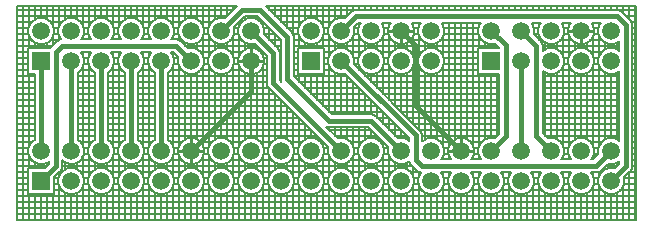
<source format=gbl>
%FSTAX23Y23*%
%MOIN*%
%SFA1B1*%

%IPPOS*%
%ADD11C,0.010000*%
%ADD14C,0.008000*%
%ADD15C,0.015750*%
%ADD16C,0.059060*%
%ADD17R,0.059060X0.059060*%
%LNzx-joy-1*%
%LPD*%
G54D11*
X019Y0065D02*
X01939D01*
X0186D02*
X019D01*
Y0061D02*
Y0065D01*
X013D02*
X01339D01*
X013Y0061D02*
Y0065D01*
X0126D02*
X013D01*
X015Y0025D02*
Y00289D01*
Y0025D02*
X01539D01*
X0146D02*
X015D01*
X0076Y0055D02*
X008D01*
X00839*
X008D02*
Y00589D01*
Y0051D02*
Y0055D01*
X006Y0025D02*
X00639D01*
X0056D02*
X006D01*
Y00289*
Y0021D02*
Y0025D01*
G54D14*
X02035Y00713D02*
D01*
X02034Y00714*
X02033Y00715*
X02031Y00716*
X0203Y00717*
X02029Y00717*
X02027Y00718*
X02026Y00718*
X02024Y00719*
X02023Y00719*
X02021Y00719*
X0202Y00719*
X0202Y00719*
X02035Y00713D02*
D01*
X02034Y00714*
X02033Y00715*
X02031Y00716*
X0203Y00717*
X02029Y00717*
X02027Y00718*
X02026Y00718*
X02024Y00719*
X02023Y00719*
X02021Y00719*
X0202Y00719*
X0202Y00719*
X02069Y0067D02*
D01*
X02069Y00671*
X02069Y00673*
X02069Y00674*
X02069Y00676*
X02068Y00677*
X02067Y00678*
X02067Y0068*
X02066Y00681*
X02065Y00682*
X02064Y00684*
X02063Y00685*
X02063Y00685*
X02069Y0067D02*
D01*
X02069Y00671*
X02069Y00673*
X02069Y00674*
X02069Y00676*
X02068Y00677*
X02067Y00678*
X02067Y0068*
X02066Y00681*
X02065Y00682*
X02064Y00684*
X02063Y00685*
X02063Y00685*
X01943Y0065D02*
D01*
X01943Y00653*
X01943Y00656*
X01942Y00659*
X01941Y00661*
X0194Y00664*
X01939Y00667*
X01938Y0067*
X01936Y00673*
X01935Y00675*
X01934Y00676*
X01965D02*
D01*
X01963Y00673*
X01961Y00671*
X0196Y00668*
X01959Y00665*
X01958Y00662*
X01957Y00659*
X01956Y00656*
X01956Y00653*
X01956Y0065*
X01956Y00647*
X01956Y00644*
X01957Y00641*
X01957Y00638*
X01958Y00635*
X01959Y00632*
X01961Y0063*
X01962Y00627*
X01964Y00624*
X01966Y00622*
X01968Y0062*
X0197Y00618*
X01972Y00616*
X01975Y00614*
X01977Y00612*
X0198Y00611*
X01983Y00609*
X01985Y00608*
X01988Y00607*
X01991Y00607*
X01994Y00606*
X01997Y00606*
X02Y00606*
X02003Y00606*
X02006Y00607*
X02009Y00607*
X02012Y00608*
X02015Y00609*
X02018Y0061*
X02021Y00611*
X02023Y00613*
X02026Y00615*
X01865Y00676D02*
D01*
X01863Y00673*
X01861Y00671*
X0186Y00668*
X01859Y00665*
X01858Y00662*
X01857Y00659*
X01856Y00656*
X01856Y00653*
X01856Y0065*
X01856Y00647*
X01856Y00644*
X01857Y00641*
X01857Y00638*
X01858Y00635*
X01859Y00632*
X01861Y0063*
X01862Y00627*
X01864Y00624*
X01866Y00622*
X01868Y0062*
X0187Y00618*
X01872Y00616*
X01875Y00614*
X01877Y00612*
X0188Y00611*
X01883Y00609*
X01885Y00608*
X01888Y00607*
X01891Y00607*
X01894Y00606*
X01897Y00606*
X019Y00606*
X01903Y00606*
X01906Y00607*
X01909Y00607*
X01912Y00608*
X01915Y00609*
X01918Y0061*
X01921Y00611*
X01923Y00613*
X01926Y00615*
X01928Y00617*
X0193Y00619*
X01932Y00621*
X01934Y00623*
X01936Y00626*
X01938Y00628*
X01939Y00631*
X0194Y00634*
X01941Y00637*
X01942Y0064*
X01943Y00643*
X01943Y00646*
X01943Y00649*
X01943Y0065*
X01843D02*
D01*
X01843Y00653*
X01843Y00656*
X01842Y00659*
X01841Y00661*
X0184Y00664*
X01839Y00667*
X01838Y0067*
X01836Y00673*
X01835Y00675*
X01834Y00676*
X01765D02*
D01*
X01763Y00673*
X01761Y00671*
X0176Y00668*
X01759Y00665*
X01758Y00662*
X01757Y00659*
X01756Y00656*
X01756Y00653*
X01756Y0065*
X01756Y00647*
X01756Y00644*
X01757Y00641*
X01757Y00638*
X01758Y00635*
X01759Y00632*
X01761Y0063*
X01762Y00627*
X01764Y00624*
X01766Y00622*
X01768Y0062*
X0177Y00618*
X01772Y00616*
X01775Y00614*
X01777Y00612*
X0178Y00611*
X01783Y00609*
X01785Y00608*
X01788Y00607*
X01791Y00607*
X01794Y00606*
X01797Y00606*
X018Y00606*
X01803Y00606*
X01806Y00607*
X01809Y00607*
X01812Y00608*
X01815Y00609*
X01818Y0061*
X01821Y00611*
X01823Y00613*
X01826Y00615*
X01828Y00617*
X0183Y00619*
X01832Y00621*
X01834Y00623*
X01836Y00626*
X01838Y00628*
X01839Y00631*
X0184Y00634*
X01841Y00637*
X01842Y0064*
X01842Y00643*
X01843Y00646*
X01843Y00649*
X01843Y0065*
X01743D02*
D01*
X01743Y00653*
X01743Y00656*
X01742Y00659*
X01741Y00661*
X0174Y00664*
X01739Y00667*
X01738Y0067*
X01736Y00673*
X01735Y00675*
X01734Y00676*
X01565D02*
D01*
X01563Y00673*
X01561Y00671*
X0156Y00668*
X01559Y00665*
X01558Y00662*
X01557Y00659*
X01556Y00656*
X01556Y00653*
X01556Y0065*
X01556Y00647*
X01556Y00644*
X01557Y00641*
X01557Y00638*
X01558Y00635*
X01559Y00632*
X01561Y0063*
X01562Y00627*
X01564Y00624*
X01566Y00622*
X01568Y0062*
X0157Y00618*
X01572Y00616*
X01575Y00614*
X01577Y00612*
X0158Y00611*
X01583Y00609*
X01585Y00608*
X01588Y00607*
X01591Y00607*
X01594Y00606*
X01597Y00606*
X016Y00606*
X01603Y00606*
X01606Y00607*
X01609Y00607*
X01611Y00607*
X01742Y00638D02*
D01*
X01742Y00641*
X01743Y00644*
X01743Y00647*
X01743Y0065*
X02026Y00584D02*
D01*
X02023Y00586*
X02021Y00588*
X02018Y00589*
X02015Y0059*
X02012Y00591*
X02009Y00592*
X02006Y00593*
X02003Y00593*
X02Y00593*
X01997Y00593*
X01994Y00593*
X01991Y00592*
X01988Y00592*
X01985Y00591*
X01982Y0059*
X0198Y00588*
X01977Y00587*
X01974Y00585*
X01972Y00583*
X0197Y00581*
X01968Y00579*
X01966Y00577*
X01964Y00574*
X01962Y00572*
X01961Y00569*
X01959Y00566*
X01958Y00564*
X01957Y00561*
X01957Y00558*
X01956Y00555*
X01956Y00552*
X01956Y00549*
X01956Y00546*
X01957Y00543*
X01957Y0054*
X01958Y00537*
X01959Y00534*
X0196Y00531*
X01961Y00528*
X01963Y00526*
X01965Y00523*
X01967Y00521*
X01969Y00519*
X01971Y00517*
X01973Y00515*
X01976Y00513*
X01978Y00511*
X01981Y0051*
X01984Y00509*
X01987Y00508*
X0199Y00507*
X01993Y00507*
X01996Y00506*
X01999Y00506*
X02002Y00506*
X02005Y00506*
X02008Y00507*
X02011Y00507*
X02014Y00508*
X02017Y00509*
X02019Y00511*
X02022Y00512*
X02025Y00514*
X02026Y00515*
X01943Y0055D02*
D01*
X01943Y00553*
X01943Y00556*
X01942Y00559*
X01941Y00561*
X0194Y00564*
X01939Y00567*
X01938Y0057*
X01936Y00573*
X01935Y00575*
X01933Y00577*
X01931Y0058*
X01929Y00582*
X01926Y00584*
X01924Y00586*
X01921Y00587*
X01919Y00589*
X01916Y0059*
X01913Y00591*
X0191Y00592*
X01907Y00592*
X01904Y00593*
X01901Y00593*
X01898*
X01895Y00593*
X01892Y00592*
X01889Y00592*
X01886Y00591*
X01883Y0059*
X0188Y00589*
X01878Y00587*
X01875Y00586*
X01873Y00584*
X0187Y00582*
X01868Y0058*
X01866Y00577*
X01864Y00575*
X01863Y00573*
X01861Y0057*
X0186Y00567*
X01859Y00564*
X01858Y00561*
X01857Y00559*
X01856Y00556*
X01856Y00553*
X01856Y0055*
X01856Y00546*
X01856Y00543*
X01857Y0054*
X01858Y00538*
X01859Y00535*
X0186Y00532*
X01861Y00529*
X01863Y00526*
X01864Y00524*
X01866Y00522*
X01868Y00519*
X0187Y00517*
X01873Y00515*
X01875Y00513*
X01878Y00512*
X0188Y0051*
X01883Y00509*
X01886Y00508*
X01889Y00507*
X01892Y00507*
X01895Y00506*
X01898Y00506*
X01901*
X01904Y00506*
X01907Y00507*
X0191Y00507*
X01913Y00508*
X01916Y00509*
X01919Y0051*
X01921Y00512*
X01924Y00513*
X01926Y00515*
X01929Y00517*
X01931Y00519*
X01933Y00522*
X01935Y00524*
X01936Y00526*
X01938Y00529*
X01939Y00532*
X0194Y00535*
X01941Y00538*
X01942Y0054*
X01943Y00543*
X01943Y00546*
X01943Y0055*
X01771Y006D02*
D01*
X01771Y00601*
X01771Y00603*
X01771Y00604*
X01771Y00606*
X0177Y00607*
X01769Y00608*
X01769Y0061*
X01768Y00611*
X01767Y00612*
X01766Y00614*
X01765Y00615*
X01765Y00615*
X01771Y006D02*
D01*
X01771Y00601*
X01771Y00603*
X01771Y00604*
X01771Y00606*
X0177Y00607*
X01769Y00608*
X01769Y0061*
X01768Y00611*
X01767Y00612*
X01766Y00614*
X01765Y00615*
X01765Y00615*
X01843Y0055D02*
D01*
X01843Y00553*
X01843Y00556*
X01842Y00559*
X01841Y00561*
X0184Y00564*
X01839Y00567*
X01838Y0057*
X01836Y00573*
X01835Y00575*
X01833Y00577*
X01831Y0058*
X01829Y00582*
X01826Y00584*
X01824Y00586*
X01821Y00587*
X01819Y00589*
X01816Y0059*
X01813Y00591*
X0181Y00592*
X01807Y00592*
X01804Y00593*
X01801Y00593*
X01798*
X01795Y00593*
X01792Y00592*
X01789Y00592*
X01786Y00591*
X01783Y0059*
X0178Y00589*
X01778Y00587*
X01775Y00586*
X01773Y00584*
X01771Y00583*
Y00516D02*
D01*
X01774Y00514*
X01776Y00513*
X01779Y00511*
X01782Y0051*
X01784Y00509*
X01787Y00508*
X0179Y00507*
X01793Y00506*
X01796Y00506*
X01799Y00506*
X01802Y00506*
X01805Y00506*
X01808Y00507*
X01811Y00508*
X01814Y00509*
X01817Y0051*
X0182Y00511*
X01822Y00512*
X01825Y00514*
X01827Y00516*
X0183Y00518*
X01832Y0052*
X01834Y00523*
X01835Y00525*
X01837Y00528*
X01839Y0053*
X0184Y00533*
X01841Y00536*
X01842Y00539*
X01842Y00542*
X01843Y00545*
X01843Y00548*
X01843Y0055*
X01443Y0065D02*
D01*
X01443Y00653*
X01443Y00656*
X01442Y00659*
X01441Y00661*
X0144Y00664*
X01439Y00667*
X01438Y0067*
X01436Y00673*
X01435Y00675*
X01434Y00676*
X01365D02*
D01*
X01363Y00673*
X01361Y00671*
X0136Y00668*
X01359Y00665*
X01358Y00662*
X01357Y00659*
X01356Y00656*
X01356Y00653*
X01356Y0065*
X01356Y00647*
X01356Y00644*
X01357Y00641*
X01357Y00638*
X01358Y00635*
X01359Y00632*
X01361Y0063*
X01362Y00627*
X01364Y00624*
X01366Y00622*
X01368Y0062*
X0137Y00618*
X01372Y00616*
X01375Y00614*
X01377Y00612*
X0138Y00611*
X01383Y00609*
X01385Y00608*
X01388Y00607*
X01391Y00607*
X01394Y00606*
X01397Y00606*
X014Y00606*
X01403Y00606*
X01406Y00607*
X01409Y00607*
X01412Y00608*
X01415Y00609*
X01418Y0061*
X01421Y00611*
X01423Y00613*
X01426Y00615*
X01428Y00617*
X0143Y00619*
X01432Y00621*
X01434Y00623*
X01436Y00626*
X01438Y00628*
X01439Y00631*
X0144Y00634*
X01441Y00637*
X01442Y0064*
X01443Y00643*
X01443Y00646*
X01443Y00649*
X01443Y0065*
X01343D02*
D01*
X01343Y00653*
X01343Y00656*
X01342Y00659*
X01341Y00661*
X0134Y00664*
X01339Y00667*
X01338Y0067*
X01336Y00673*
X01335Y00675*
X01334Y00676*
X01265D02*
D01*
X01263Y00673*
X01261Y00671*
X0126Y00668*
X01259Y00665*
X01258Y00662*
X01257Y00659*
X01256Y00656*
X01256Y00653*
X01256Y0065*
X01256Y00647*
X01256Y00644*
X01257Y00641*
X01257Y00638*
X01258Y00635*
X01259Y00632*
X01261Y0063*
X01262Y00627*
X01264Y00624*
X01266Y00622*
X01268Y0062*
X0127Y00618*
X01272Y00616*
X01275Y00614*
X01277Y00612*
X0128Y00611*
X01283Y00609*
X01285Y00608*
X01288Y00607*
X01291Y00607*
X01294Y00606*
X01297Y00606*
X013Y00606*
X01303Y00606*
X01306Y00607*
X01309Y00607*
X01312Y00608*
X01315Y00609*
X01318Y0061*
X01321Y00611*
X01323Y00613*
X01326Y00615*
X01328Y00617*
X0133Y00619*
X01332Y00621*
X01334Y00623*
X01336Y00626*
X01338Y00628*
X01339Y00631*
X0134Y00634*
X01341Y00637*
X01342Y0064*
X01342Y00643*
X01343Y00646*
X01343Y00649*
X01343Y0065*
X01148Y00719D02*
D01*
X01146Y00719*
X01144Y00719*
X01143Y00719*
X01141Y00719*
X0114Y00718*
X01139Y00717*
X01137Y00717*
X01136Y00716*
X01135Y00715*
X01133Y00714*
X01132Y00713*
X01132Y00713*
X01148Y00719D02*
D01*
X01146Y00719*
X01144Y00719*
X01143Y00719*
X01141Y00719*
X0114Y00718*
X01139Y00717*
X01137Y00717*
X01136Y00716*
X01135Y00715*
X01133Y00714*
X01132Y00713*
X01132Y00713*
X01243Y0065D02*
D01*
X01243Y00653*
X01243Y00656*
X01242Y00659*
X01241Y00661*
X0124Y00664*
X01239Y00667*
X01238Y0067*
X01236Y00673*
X01235Y00675*
X01234Y00676*
X01165D02*
D01*
X01163Y00673*
X01161Y00671*
X0116Y00668*
X01159Y00665*
X01158Y00662*
X01157Y00659*
X01156Y00656*
X01156Y00653*
X01156Y0065*
X01156Y00647*
X01156Y00644*
X01157Y00641*
X01157Y00638*
X01158Y00635*
X01159Y00632*
X01161Y0063*
X01162Y00627*
X01164Y00624*
X01166Y00622*
X01168Y0062*
X0117Y00618*
X01172Y00616*
X01175Y00614*
X01177Y00612*
X0118Y00611*
X01183Y00609*
X01185Y00608*
X01188Y00607*
X01191Y00607*
X01194Y00606*
X01197Y00606*
X012Y00606*
X01203Y00606*
X01206Y00607*
X01209Y00607*
X01212Y00608*
X01215Y00609*
X01218Y0061*
X01221Y00611*
X01223Y00613*
X01226Y00615*
X01228Y00617*
X0123Y00619*
X01232Y00621*
X01234Y00623*
X01236Y00626*
X01238Y00628*
X01239Y00631*
X0124Y00634*
X01241Y00637*
X01242Y0064*
X01242Y00643*
X01243Y00646*
X01243Y00649*
X01243Y0065*
X01143D02*
D01*
X01143Y00653*
X01143Y00656*
X01142Y00659*
X01142Y00661*
X01111Y00692D02*
D01*
X01108Y00692*
X01105Y00693*
X01102Y00693*
X01099Y00693*
X01096Y00693*
X01093Y00692*
X0109Y00692*
X01087Y00691*
X01084Y0069*
X01081Y00689*
X01078Y00688*
X01076Y00686*
X01073Y00684*
X01071Y00682*
X01069Y0068*
X01067Y00678*
X01065Y00676*
X01063Y00673*
X01061Y0067*
X0106Y00668*
X01059Y00665*
X01058Y00662*
X01057Y00659*
X01056Y00656*
X01056Y00653*
X01056Y0065*
X01056Y00647*
X01056Y00644*
X01057Y00641*
X01057Y00638*
X01058Y00635*
X01059Y00632*
X01061Y0063*
X01062Y00627*
X01064Y00624*
X01066Y00622*
X01068Y0062*
X0107Y00618*
X01072Y00616*
X01075Y00614*
X01077Y00612*
X0108Y00611*
X01083Y00609*
X01085Y00608*
X01088Y00607*
X01091Y00607*
X01094Y00606*
X01097Y00606*
X011Y00606*
X01103Y00606*
X01106Y00607*
X01109Y00607*
X01112Y00608*
X01115Y00609*
X01118Y0061*
X01121Y00611*
X01123Y00613*
X01126Y00615*
X01128Y00617*
X0113Y00619*
X01132Y00621*
X01134Y00623*
X01136Y00626*
X01138Y00629*
X01139Y00631*
X0114Y00634*
X01141Y00637*
X01142Y0064*
X01143Y00643*
X01143Y00646*
X01143Y00649*
X01143Y0065*
X01443Y0055D02*
D01*
X01443Y00553*
X01443Y00556*
X01442Y00559*
X01441Y00561*
X0144Y00564*
X01439Y00567*
X01438Y0057*
X01436Y00573*
X01435Y00575*
X01433Y00577*
X01431Y0058*
X01429Y00582*
X01426Y00584*
X01424Y00586*
X01421Y00587*
X01419Y00589*
X01416Y0059*
X01413Y00591*
X0141Y00592*
X01407Y00592*
X01404Y00593*
X01401Y00593*
X01398*
X01395Y00593*
X01392Y00592*
X01389Y00592*
X01386Y00591*
X01383Y0059*
X0138Y00589*
X01378Y00587*
X01375Y00586*
X01373Y00584*
X0137Y00582*
X01368Y0058*
X01366Y00577*
X01364Y00575*
X01363Y00573*
X01361Y0057*
X0136Y00567*
X01359Y00564*
X01358Y00561*
X01357Y00559*
X01356Y00556*
X01356Y00553*
X01356Y0055*
X01356Y00546*
X01356Y00543*
X01357Y0054*
X01358Y00538*
X01359Y00535*
X0136Y00532*
X01361Y00529*
X01363Y00526*
X01364Y00524*
X01366Y00522*
X01368Y00519*
X0137Y00517*
X01373Y00515*
X01375Y00513*
X01378Y00512*
X0138Y0051*
X01383Y00509*
X01386Y00508*
X01389Y00507*
X01392Y00507*
X01395Y00506*
X01398Y00506*
X01401*
X01404Y00506*
X01407Y00507*
X0141Y00507*
X01413Y00508*
X01416Y00509*
X01419Y0051*
X01421Y00512*
X01424Y00513*
X01426Y00515*
X01429Y00517*
X01431Y00519*
X01433Y00522*
X01435Y00524*
X01436Y00526*
X01438Y00529*
X01439Y00532*
X0144Y00535*
X01441Y00538*
X01442Y0054*
X01443Y00543*
X01443Y00546*
X01443Y0055*
X01343D02*
D01*
X01343Y00553*
X01343Y00556*
X01342Y00559*
X01341Y00561*
X0134Y00564*
X01339Y00567*
X01338Y0057*
X01336Y00573*
X01335Y00575*
X01333Y00577*
X01331Y0058*
X01329Y00582*
X01326Y00584*
X01324Y00586*
X01321Y00587*
X01319Y00589*
X01316Y0059*
X01313Y00591*
X0131Y00592*
X01307Y00592*
X01304Y00593*
X01301Y00593*
X01298*
X01295Y00593*
X01292Y00592*
X01289Y00592*
X01286Y00591*
X01283Y0059*
X0128Y00589*
X01278Y00587*
X01275Y00586*
X01273Y00584*
X0127Y00582*
X01268Y0058*
X01266Y00577*
X01264Y00575*
X01263Y00573*
X01261Y0057*
X0126Y00567*
X01259Y00564*
X01258Y00561*
X01257Y00559*
X01256Y00556*
X01256Y00553*
X01256Y0055*
X01256Y00546*
X01256Y00543*
X01257Y0054*
X01258Y00538*
X01259Y00535*
X0126Y00532*
X01261Y00529*
X01263Y00526*
X01264Y00524*
X01266Y00522*
X01268Y00519*
X0127Y00517*
X01273Y00515*
X01275Y00513*
X01278Y00512*
X0128Y0051*
X01283Y00509*
X01286Y00508*
X01289Y00507*
X01292Y00507*
X01295Y00506*
X01298Y00506*
X01301*
X01304Y00506*
X01307Y00507*
X0131Y00507*
X01313Y00508*
X01316Y00509*
X01319Y0051*
X01321Y00512*
X01324Y00513*
X01326Y00515*
X01329Y00517*
X01331Y00519*
X01333Y00522*
X01335Y00524*
X01336Y00526*
X01338Y00529*
X01339Y00532*
X0134Y00535*
X01341Y00538*
X01342Y0054*
X01343Y00543*
X01343Y00546*
X01343Y0055*
X01215Y00365D02*
D01*
X01214Y00366*
X01213Y00367*
X01211Y00368*
X0121Y00369*
X01209Y00369*
X01207Y0037*
X01206Y0037*
X01204Y00371*
X01203Y00371*
X01201Y00371*
X012Y00371*
X012Y00371*
X01243Y0055D02*
D01*
X01243Y00553*
X01243Y00556*
X01242Y00559*
X01241Y00561*
X0124Y00564*
X01239Y00567*
X01238Y0057*
X01236Y00573*
X01235Y00575*
X01233Y00577*
X01231Y0058*
X01229Y00582*
X01226Y00584*
X01224Y00586*
X01221Y00587*
X01219Y00589*
X01216Y0059*
X01213Y00591*
X0121Y00592*
X01207Y00592*
X01204Y00593*
X01201Y00593*
X01198*
X01195Y00593*
X01192Y00592*
X01189Y00592*
X01186Y00591*
X01183Y0059*
X0118Y00589*
X01178Y00587*
X01175Y00586*
X01173Y00584*
X0117Y00582*
X01168Y0058*
X01166Y00577*
X01164Y00575*
X01163Y00573*
X01161Y0057*
X0116Y00567*
X01159Y00564*
X01158Y00561*
X01157Y00559*
X01156Y00556*
X01156Y00553*
X01156Y0055*
X01156Y00546*
X01156Y00543*
X01157Y0054*
X01158Y00538*
X01159Y00535*
X0116Y00532*
X01161Y00529*
X01163Y00526*
X01164Y00524*
X01166Y00522*
X01168Y00519*
X0117Y00517*
X01173Y00515*
X01175Y00513*
X01178Y00512*
X0118Y0051*
X01183Y00509*
X01186Y00508*
X01189Y00507*
X01192Y00507*
X01195Y00506*
X01198Y00506*
X01201*
X01204Y00506*
X01207Y00507*
X0121Y00507*
X01213Y00508*
X01216Y00509*
X01219Y0051*
X01221Y00512*
X01224Y00513*
X01226Y00515*
X01229Y00517*
X01231Y00519*
X01233Y00522*
X01235Y00524*
X01236Y00526*
X01238Y00529*
X01239Y00532*
X0124Y00535*
X01241Y00538*
X01242Y0054*
X01243Y00543*
X01243Y00546*
X01243Y0055*
X01142Y00538D02*
D01*
X01142Y00541*
X01143Y00544*
X01143Y00547*
X01143Y0055*
D01*
X01143Y00553*
X01143Y00556*
X01142Y00559*
X01141Y00561*
X0114Y00564*
X01139Y00567*
X01138Y0057*
X01136Y00573*
X01135Y00575*
X01133Y00577*
X01131Y0058*
X01129Y00582*
X01126Y00584*
X01124Y00586*
X01121Y00587*
X01119Y00589*
X01116Y0059*
X01113Y00591*
X0111Y00592*
X01107Y00592*
X01104Y00593*
X01101Y00593*
X01098*
X01095Y00593*
X01092Y00592*
X01089Y00592*
X01086Y00591*
X01083Y0059*
X0108Y00589*
X01078Y00587*
X01075Y00586*
X01073Y00584*
X0107Y00582*
X01068Y0058*
X01066Y00577*
X01064Y00575*
X01063Y00573*
X01061Y0057*
X0106Y00567*
X01059Y00564*
X01058Y00561*
X01057Y00559*
X01056Y00556*
X01056Y00553*
X01056Y00549*
X01056Y00546*
X01056Y00543*
X01057Y0054*
X01058Y00538*
X01059Y00535*
X0106Y00532*
X01061Y00529*
X01063Y00526*
X01064Y00524*
X01066Y00522*
X01068Y00519*
X0107Y00517*
X01073Y00515*
X01075Y00513*
X01078Y00512*
X0108Y0051*
X01083Y00509*
X01086Y00508*
X01089Y00507*
X01092Y00507*
X01095Y00506*
X01098Y00506*
X01101*
X01104Y00506*
X01107Y00507*
X0111Y00507*
X01111Y00507*
X01215Y00365D02*
D01*
X01214Y00366*
X01213Y00367*
X01211Y00368*
X0121Y00369*
X01209Y00369*
X01207Y0037*
X01206Y0037*
X01204Y00371*
X01203Y00371*
X01201Y00371*
X012Y00371*
X012Y00371*
X0105Y0033D02*
D01*
X01052Y00329*
X01053Y00329*
X01055Y00328*
X01056Y00328*
X01058Y00328*
X01059Y00328*
X0106Y00328*
X0105Y0033D02*
D01*
X01052Y00329*
X01053Y00329*
X01055Y00328*
X01056Y00328*
X01058Y00328*
X01059Y00328*
X0106Y00328*
X02026Y00284D02*
D01*
X02023Y00286*
X02021Y00288*
X02018Y00289*
X02015Y0029*
X02012Y00291*
X02009Y00292*
X02006Y00293*
X02003Y00293*
X02Y00293*
X01997Y00293*
X01994Y00293*
X01991Y00292*
X01988Y00292*
X01985Y00291*
X01982Y0029*
X0198Y00288*
X01977Y00287*
X01974Y00285*
X01972Y00283*
X0197Y00281*
X01968Y00279*
X01966Y00277*
X01964Y00274*
X01962Y00272*
X01961Y00269*
X01959Y00266*
X01958Y00264*
X01957Y00261*
X01957Y00258*
X01956Y00255*
X01956Y00252*
X01956Y00249*
X01956Y00246*
X01957Y00243*
X01957Y0024*
X01957Y00238*
X02063Y00182D02*
D01*
X02064Y00183*
X02065Y00184*
X02066Y00186*
X02067Y00187*
X02067Y00188*
X02068Y0019*
X02068Y00191*
X02069Y00193*
X02069Y00194*
X02069Y00196*
X02069Y00197*
X02069Y00198*
X02063Y00182D02*
D01*
X02064Y00183*
X02065Y00184*
X02066Y00186*
X02067Y00187*
X02067Y00188*
X02068Y0019*
X02068Y00191*
X02069Y00193*
X02069Y00194*
X02069Y00196*
X02069Y00197*
X02069Y00198*
X02011Y00192D02*
D01*
X02008Y00192*
X02005Y00193*
X02002Y00193*
X01999Y00193*
X01996Y00193*
X01993Y00192*
X0199Y00192*
X01987Y00191*
X01984Y0019*
X01981Y00189*
X01978Y00188*
X01976Y00186*
X01973Y00184*
X01971Y00182*
X01969Y0018*
X01967Y00178*
X01965Y00176*
X01963Y00173*
X01961Y0017*
X0196Y00168*
X01959Y00165*
X01958Y00162*
X01957Y00159*
X01956Y00156*
X01956Y00153*
X01956Y0015*
X01956Y00147*
X01956Y00144*
X01957Y00141*
X01957Y00138*
X01958Y00135*
X01959Y00132*
X01961Y0013*
X01962Y00127*
X01964Y00124*
X01966Y00122*
X01968Y0012*
X0197Y00118*
X01972Y00116*
X01975Y00114*
X01977Y00112*
X0198Y00111*
X01983Y00109*
X01985Y00108*
X01988Y00107*
X01991Y00107*
X01994Y00106*
X01997Y00106*
X02Y00106*
X02003Y00106*
X02006Y00107*
X02009Y00107*
X02012Y00108*
X02015Y00109*
X02018Y0011*
X02021Y00111*
X02023Y00113*
X02026Y00115*
X02028Y00117*
X0203Y00119*
X02032Y00121*
X02034Y00123*
X02036Y00126*
X02038Y00129*
X02039Y00131*
X0204Y00134*
X02041Y00137*
X02042Y0014*
X02043Y00143*
X02043Y00146*
X02043Y00149*
X02043Y0015*
X01988Y00207D02*
D01*
X01991Y00207*
X01994Y00206*
X01997Y00206*
X02Y00206*
X02003Y00206*
X02006Y00207*
X02009Y00207*
X02012Y00208*
X02015Y00209*
X02018Y0021*
X02021Y00211*
X02023Y00213*
X02026Y00215*
X01933Y00221D02*
D01*
X01935Y00224*
X01936Y00226*
X01938Y00229*
X01939Y00232*
X0194Y00234*
X01941Y00237*
X01942Y0024*
X01943Y00243*
X01943Y00246*
X01943Y00249*
X01943Y0025*
X0195Y00178D02*
D01*
X01951Y00178*
X01953Y00178*
X01954Y00178*
X01956Y00178*
X01957Y00179*
X01958Y0018*
X0196Y0018*
X01961Y00181*
X01962Y00182*
X01964Y00183*
X01965Y00184*
X01965Y00184*
X01943Y0025D02*
D01*
X01943Y00253*
X01943Y00256*
X01942Y00259*
X01941Y00261*
X0194Y00264*
X01939Y00267*
X01938Y0027*
X01936Y00273*
X01935Y00275*
X01933Y00277*
X01931Y0028*
X01929Y00282*
X01926Y00284*
X01924Y00286*
X01921Y00287*
X01919Y00289*
X01916Y0029*
X01913Y00291*
X0191Y00292*
X01907Y00292*
X01904Y00293*
X01901Y00293*
X01898*
X01895Y00293*
X01892Y00292*
X01889Y00292*
X01886Y00291*
X01883Y0029*
X0188Y00289*
X01878Y00287*
X01875Y00286*
X01873Y00284*
X0187Y00282*
X01868Y0028*
X01866Y00277*
X01864Y00275*
X01863Y00273*
X01861Y0027*
X0186Y00267*
X01859Y00264*
X01858Y00261*
X01857Y00259*
X01856Y00256*
X01856Y00253*
X01856Y00249*
X01856Y00246*
X01856Y00243*
X01857Y0024*
X01858Y00238*
X01859Y00235*
X0186Y00232*
X01861Y00229*
X01863Y00226*
X01864Y00224*
X01866Y00222*
X01866Y00221*
X01843Y0025D02*
D01*
X01843Y00253*
X01843Y00256*
X01842Y00259*
X01841Y00261*
X0184Y00264*
X01839Y00267*
X01838Y0027*
X01836Y00273*
X01835Y00275*
X01833Y00277*
X01831Y0028*
X01829Y00282*
X01826Y00284*
X01824Y00286*
X01821Y00287*
X01819Y00289*
X01816Y0029*
X01813Y00291*
X0181Y00292*
X01807Y00292*
X01804Y00293*
X01801Y00293*
X01798*
X01795Y00293*
X01792Y00292*
X01789Y00292*
X01788Y00292*
X01833Y00221D02*
D01*
X01835Y00224*
X01836Y00226*
X01838Y00229*
X01839Y00232*
X0184Y00234*
X01841Y00237*
X01842Y0024*
X01843Y00243*
X01843Y00246*
X01843Y00249*
X01843Y0025*
X01611Y00292D02*
D01*
X01608Y00292*
X01605Y00293*
X01602Y00293*
X01599Y00293*
X01596Y00293*
X01593Y00292*
X0159Y00292*
X01587Y00291*
X01584Y0029*
X01581Y00289*
X01578Y00288*
X01576Y00286*
X01573Y00284*
X01571Y00282*
X01569Y0028*
X01567Y00278*
X01565Y00276*
X01563Y00273*
X01561Y0027*
X0156Y00268*
X01559Y00265*
X01558Y00262*
X01557Y00259*
X01556Y00256*
X01556Y00253*
X01556Y0025*
X01556Y00247*
X01556Y00244*
X01557Y00241*
X01557Y00238*
X01558Y00235*
X01559Y00232*
X01561Y0023*
X01562Y00227*
X01564Y00224*
X01566Y00222*
X01566Y00221*
X01543Y0025D02*
D01*
X01543Y00253*
X01543Y00256*
X01542Y00259*
X01541Y00261*
X0154Y00264*
X01539Y00267*
X01538Y0027*
X01536Y00273*
X01535Y00275*
X01533Y00277*
X01531Y0028*
X01529Y00282*
X01526Y00284*
X01524Y00286*
X01521Y00287*
X01519Y00289*
X01516Y0029*
X01513Y00291*
X0151Y00292*
X01507Y00292*
X01504Y00293*
X01501Y00293*
X01498*
X01495Y00293*
X01492Y00292*
X01489Y00292*
X01486Y00291*
X01483Y0029*
X0148Y00289*
X01478Y00287*
X01475Y00286*
X01473Y00284*
X0147Y00282*
X01468Y0028*
X01466Y00277*
X01464Y00275*
X01463Y00273*
X01461Y0027*
X0146Y00267*
X01459Y00264*
X01458Y00261*
X01457Y00259*
X01456Y00256*
X01456Y00253*
X01456Y00249*
X01456Y00246*
X01456Y00243*
X01457Y0024*
X01458Y00238*
X01459Y00235*
X0146Y00232*
X01461Y00229*
X01463Y00226*
X01464Y00224*
X01466Y00222*
X01466Y00221*
X0195Y00178D02*
D01*
X01951Y00178*
X01953Y00178*
X01954Y00178*
X01956Y00178*
X01957Y00179*
X01958Y0018*
X0196Y0018*
X01961Y00181*
X01962Y00182*
X01964Y00183*
X01965Y00184*
X01965Y00184*
X02043Y0015D02*
D01*
X02043Y00153*
X02043Y00156*
X02042Y00159*
X02042Y00161*
X01943Y0015D02*
D01*
X01943Y00153*
X01943Y00156*
X01942Y00159*
X01941Y00161*
X0194Y00164*
X01939Y00167*
X01938Y0017*
X01936Y00173*
X01935Y00175*
X01933Y00177*
X01933Y00178*
X01843Y0015D02*
D01*
X01843Y00153*
X01843Y00156*
X01842Y00159*
X01841Y00161*
X0184Y00164*
X01839Y00167*
X01838Y0017*
X01836Y00173*
X01835Y00175*
X01833Y00177*
X01833Y00178*
X01866D02*
D01*
X01864Y00175*
X01863Y00173*
X01861Y0017*
X0186Y00167*
X01859Y00165*
X01858Y00162*
X01857Y00159*
X01856Y00156*
X01856Y00153*
X01856Y0015*
X01856Y00147*
X01856Y00144*
X01857Y00141*
X01858Y00138*
X01859Y00135*
X0186Y00132*
X01861Y00129*
X01862Y00127*
X01864Y00124*
X01866Y00122*
X01868Y00119*
X0187Y00117*
X01873Y00115*
X01875Y00114*
X01878Y00112*
X0188Y0011*
X01883Y00109*
X01886Y00108*
X01889Y00107*
X01892Y00107*
X01895Y00106*
X01898Y00106*
X01901Y00106*
X01904Y00106*
X01907Y00107*
X0191Y00107*
X01913Y00108*
X01916Y00109*
X01918Y0011*
X01921Y00112*
X01924Y00113*
X01926Y00115*
X01928Y00117*
X01931Y00119*
X01933Y00121*
X01935Y00124*
X01936Y00126*
X01938Y00129*
X01939Y00132*
X0194Y00134*
X01941Y00137*
X01942Y0014*
X01943Y00143*
X01943Y00146*
X01943Y00149*
X01943Y0015*
X01743D02*
D01*
X01743Y00153*
X01743Y00156*
X01742Y00159*
X01741Y00161*
X0174Y00164*
X01739Y00167*
X01738Y0017*
X01736Y00173*
X01735Y00175*
X01733Y00177*
X01733Y00178*
X01643Y0015D02*
D01*
X01643Y00153*
X01643Y00156*
X01642Y00159*
X01641Y00161*
X0164Y00164*
X01639Y00167*
X01638Y0017*
X01636Y00173*
X01635Y00175*
X01633Y00177*
X01633Y00178*
X01766D02*
D01*
X01764Y00175*
X01763Y00173*
X01761Y0017*
X0176Y00167*
X01759Y00165*
X01758Y00162*
X01757Y00159*
X01756Y00156*
X01756Y00153*
X01756Y0015*
X01756Y00147*
X01756Y00144*
X01757Y00141*
X01758Y00138*
X01759Y00135*
X0176Y00132*
X01761Y00129*
X01762Y00127*
X01764Y00124*
X01766Y00122*
X01768Y00119*
X0177Y00117*
X01773Y00115*
X01775Y00114*
X01778Y00112*
X0178Y0011*
X01783Y00109*
X01786Y00108*
X01789Y00107*
X01792Y00107*
X01795Y00106*
X01798Y00106*
X01801Y00106*
X01804Y00106*
X01807Y00107*
X0181Y00107*
X01813Y00108*
X01816Y00109*
X01818Y0011*
X01821Y00112*
X01824Y00113*
X01826Y00115*
X01828Y00117*
X01831Y00119*
X01833Y00121*
X01835Y00124*
X01836Y00126*
X01838Y00129*
X01839Y00132*
X0184Y00134*
X01841Y00137*
X01842Y0014*
X01843Y00143*
X01843Y00146*
X01843Y00149*
X01843Y0015*
X01666Y00178D02*
D01*
X01664Y00175*
X01663Y00173*
X01661Y0017*
X0166Y00167*
X01659Y00165*
X01658Y00162*
X01657Y00159*
X01656Y00156*
X01656Y00153*
X01656Y0015*
X01656Y00147*
X01656Y00144*
X01657Y00141*
X01658Y00138*
X01659Y00135*
X0166Y00132*
X01661Y00129*
X01662Y00127*
X01664Y00124*
X01666Y00122*
X01668Y00119*
X0167Y00117*
X01673Y00115*
X01675Y00114*
X01678Y00112*
X0168Y0011*
X01683Y00109*
X01686Y00108*
X01689Y00107*
X01692Y00107*
X01695Y00106*
X01698Y00106*
X01701Y00106*
X01704Y00106*
X01707Y00107*
X0171Y00107*
X01713Y00108*
X01716Y00109*
X01718Y0011*
X01721Y00112*
X01724Y00113*
X01726Y00115*
X01728Y00117*
X01731Y00119*
X01733Y00121*
X01735Y00124*
X01736Y00126*
X01738Y00129*
X01739Y00132*
X0174Y00134*
X01741Y00137*
X01742Y0014*
X01743Y00143*
X01743Y00146*
X01743Y00149*
X01743Y0015*
X01466Y00178D02*
D01*
X01464Y00175*
X01463Y00173*
X01461Y0017*
X0146Y00167*
X01459Y00165*
X01458Y00162*
X01457Y00159*
X01456Y00156*
X01456Y00153*
X01456Y0015*
X01456Y00147*
X01456Y00144*
X01457Y00141*
X01458Y00138*
X01459Y00135*
X0146Y00132*
X01461Y00129*
X01462Y00127*
X01464Y00124*
X01466Y00122*
X01468Y00119*
X0147Y00117*
X01473Y00115*
X01475Y00114*
X01478Y00112*
X0148Y0011*
X01483Y00109*
X01486Y00108*
X01489Y00107*
X01492Y00107*
X01495Y00106*
X01498Y00106*
X01501Y00106*
X01504Y00106*
X01507Y00107*
X0151Y00107*
X01513Y00108*
X01516Y00109*
X01518Y0011*
X01521Y00112*
X01524Y00113*
X01526Y00115*
X01528Y00117*
X01531Y00119*
X01533Y00121*
X01535Y00124*
X01536Y00126*
X01538Y00129*
X01539Y00132*
X0154Y00134*
X01541Y00137*
X01542Y0014*
X01543Y00143*
X01543Y00146*
X01543Y00149*
X01543Y0015*
X01566Y00178D02*
D01*
X01564Y00175*
X01563Y00173*
X01561Y0017*
X0156Y00167*
X01559Y00165*
X01558Y00162*
X01557Y00159*
X01556Y00156*
X01556Y00153*
X01556Y0015*
X01556Y00147*
X01556Y00144*
X01557Y00141*
X01558Y00138*
X01559Y00135*
X0156Y00132*
X01561Y00129*
X01562Y00127*
X01564Y00124*
X01566Y00122*
X01568Y00119*
X0157Y00117*
X01573Y00115*
X01575Y00114*
X01578Y00112*
X0158Y0011*
X01583Y00109*
X01586Y00108*
X01589Y00107*
X01592Y00107*
X01595Y00106*
X01598Y00106*
X01601Y00106*
X01604Y00106*
X01607Y00107*
X0161Y00107*
X01613Y00108*
X01616Y00109*
X01618Y0011*
X01621Y00112*
X01624Y00113*
X01626Y00115*
X01628Y00117*
X01631Y00119*
X01633Y00121*
X01635Y00124*
X01636Y00126*
X01638Y00129*
X01639Y00132*
X0164Y00134*
X01641Y00137*
X01642Y0014*
X01643Y00143*
X01643Y00146*
X01643Y00149*
X01643Y0015*
X01369Y00302D02*
D01*
X01369Y00303*
X01369Y00305*
X01369Y00306*
X01369Y00308*
X01368Y00309*
X01367Y0031*
X01367Y00312*
X01366Y00313*
X01365Y00314*
X01364Y00316*
X01363Y00317*
X01363Y00317*
X01369Y00302D02*
D01*
X01369Y00303*
X01369Y00305*
X01369Y00306*
X01369Y00308*
X01368Y00309*
X01367Y0031*
X01367Y00312*
X01366Y00313*
X01365Y00314*
X01364Y00316*
X01363Y00317*
X01363Y00317*
X01326Y00284D02*
D01*
X01323Y00286*
X01321Y00288*
X01318Y00289*
X01315Y0029*
X01312Y00291*
X01309Y00292*
X01306Y00293*
X01303Y00293*
X013Y00293*
X01297Y00293*
X01294Y00293*
X01291Y00292*
X01288Y00292*
X01533Y00221D02*
D01*
X01535Y00224*
X01536Y00226*
X01538Y00229*
X01539Y00232*
X0154Y00234*
X01541Y00237*
X01542Y0024*
X01543Y00243*
X01543Y00246*
X01543Y00249*
X01543Y0025*
X01443D02*
D01*
X01443Y00253*
X01443Y00256*
X01442Y00259*
X01441Y00261*
X0144Y00264*
X01439Y00267*
X01438Y0027*
X01436Y00273*
X01435Y00275*
X01433Y00277*
X01431Y0028*
X01429Y00282*
X01426Y00284*
X01424Y00286*
X01421Y00287*
X01419Y00289*
X01416Y0029*
X01413Y00291*
X0141Y00292*
X01407Y00292*
X01404Y00293*
X01401Y00293*
X01398*
X01395Y00293*
X01392Y00292*
X01389Y00292*
X01386Y00291*
X01383Y0029*
X0138Y00289*
X01378Y00287*
X01375Y00286*
X01373Y00284*
X0137Y00282*
X01369Y00281*
X01257Y00261D02*
D01*
X01257Y00258*
X01256Y00255*
X01256Y00252*
X01256Y00249*
X01256Y00246*
X01257Y00243*
X01257Y0024*
X01258Y00237*
X01259Y00234*
X0126Y00231*
X01261Y00228*
X01263Y00226*
X01265Y00223*
X01267Y00221*
X01269Y00219*
X01271Y00217*
X01273Y00215*
X01276Y00213*
X01279Y00211*
X01281Y0021*
X01284Y00209*
X01287Y00208*
X0129Y00207*
X01293Y00206*
X01296Y00206*
X01299Y00206*
X01302Y00206*
X01305Y00206*
X01308Y00207*
X01311Y00207*
X01314Y00208*
X01317Y00209*
X01319Y00211*
X01322Y00212*
X01325Y00214*
X01326Y00215*
X01433Y00221D02*
D01*
X01435Y00224*
X01436Y00226*
X01438Y00229*
X01439Y00232*
X0144Y00234*
X01441Y00237*
X01442Y0024*
X01443Y00243*
X01443Y00246*
X01443Y00249*
X01443Y0025*
X01243D02*
D01*
X01243Y00253*
X01243Y00256*
X01242Y00259*
X01241Y00261*
X0124Y00264*
X01239Y00267*
X01238Y0027*
X01236Y00273*
X01235Y00275*
X01233Y00277*
X01231Y0028*
X01229Y00282*
X01226Y00284*
X01224Y00286*
X01221Y00287*
X01219Y00289*
X01216Y0029*
X01213Y00291*
X0121Y00292*
X01207Y00292*
X01204Y00293*
X01201Y00293*
X01198*
X01195Y00293*
X01192Y00292*
X01189Y00292*
X01186Y00291*
X01183Y0029*
X0118Y00289*
X01178Y00287*
X01175Y00286*
X01173Y00284*
X0117Y00282*
X01168Y0028*
X01166Y00277*
X01164Y00275*
X01163Y00273*
X01161Y0027*
X0116Y00267*
X01159Y00264*
X01158Y00261*
X01157Y00259*
X01156Y00256*
X01156Y00253*
X01156Y0025*
X01156Y00246*
X01156Y00243*
X01157Y0024*
X01158Y00238*
X01159Y00235*
X0116Y00232*
X01161Y00229*
X01163Y00226*
X01164Y00224*
X01166Y00222*
X01168Y00219*
X0117Y00217*
X01173Y00215*
X01175Y00213*
X01178Y00212*
X0118Y0021*
X01183Y00209*
X01186Y00208*
X01189Y00207*
X01192Y00207*
X01195Y00206*
X01198Y00206*
X01201*
X01204Y00206*
X01207Y00207*
X0121Y00207*
X01213Y00208*
X01216Y00209*
X01219Y0021*
X01221Y00212*
X01224Y00213*
X01226Y00215*
X01229Y00217*
X01231Y00219*
X01233Y00222*
X01235Y00224*
X01236Y00226*
X01238Y00229*
X01239Y00232*
X0124Y00235*
X01241Y00238*
X01242Y0024*
X01243Y00243*
X01243Y00246*
X01243Y0025*
X01143D02*
D01*
X01143Y00253*
X01143Y00256*
X01142Y00259*
X01141Y00261*
X0114Y00264*
X01139Y00267*
X01138Y0027*
X01136Y00273*
X01135Y00275*
X01133Y00277*
X01131Y0028*
X01129Y00282*
X01126Y00284*
X01124Y00286*
X01121Y00287*
X01119Y00289*
X01116Y0029*
X01113Y00291*
X0111Y00292*
X01107Y00292*
X01104Y00293*
X01101Y00293*
X01098*
X01095Y00293*
X01092Y00292*
X01089Y00292*
X01088Y00292*
X01057Y00261D02*
D01*
X01057Y00258*
X01056Y00255*
X01056Y00252*
X01056Y00249*
X01056Y00246*
X01057Y00243*
X01057Y0024*
X01058Y00237*
X01059Y00234*
X0106Y00231*
X01061Y00228*
X01063Y00226*
X01065Y00223*
X01067Y00221*
X01069Y00219*
X01071Y00217*
X01073Y00215*
X01076Y00213*
X01079Y00211*
X01081Y0021*
X01084Y00209*
X01087Y00208*
X0109Y00207*
X01093Y00206*
X01096Y00206*
X01099Y00206*
X01102Y00206*
X01105Y00206*
X01108Y00207*
X01111Y00207*
X01114Y00208*
X01117Y00209*
X01119Y00211*
X01122Y00212*
X01125Y00214*
X01127Y00216*
X01129Y00218*
X01131Y0022*
X01133Y00222*
X01135Y00225*
X01137Y00227*
X01138Y0023*
X0114Y00233*
X01141Y00235*
X01142Y00238*
X01142Y00241*
X01143Y00244*
X01143Y00247*
X01143Y0025*
X01352Y00184D02*
D01*
X01353Y00183*
X01354Y00182*
X01356Y00181*
X01357Y0018*
X01358Y0018*
X0136Y00179*
X01361Y00179*
X01363Y00178*
X01364Y00178*
X01366Y00178*
X01366Y00178*
X01352Y00184D02*
D01*
X01353Y00183*
X01354Y00182*
X01356Y00181*
X01357Y0018*
X01358Y0018*
X0136Y00179*
X01361Y00179*
X01363Y00178*
X01364Y00178*
X01366Y00178*
X01366Y00178*
X01543Y0015D02*
D01*
X01543Y00153*
X01543Y00156*
X01542Y00159*
X01541Y00161*
X0154Y00164*
X01539Y00167*
X01538Y0017*
X01536Y00173*
X01535Y00175*
X01533Y00177*
X01533Y00178*
X01443Y0015D02*
D01*
X01443Y00153*
X01443Y00156*
X01442Y00159*
X01441Y00161*
X0144Y00164*
X01439Y00167*
X01438Y0017*
X01436Y00173*
X01435Y00175*
X01433Y00177*
X01433Y00178*
X01326Y00215D02*
D01*
X01326Y00214*
X01327Y00212*
X01327Y00211*
X01328Y00209*
X01329Y00208*
X0133Y00207*
X01331Y00206*
X01332Y00204*
X01332Y00204*
X01326Y00215D02*
D01*
X01326Y00214*
X01327Y00212*
X01327Y00211*
X01328Y00209*
X01329Y00208*
X0133Y00207*
X01331Y00206*
X01332Y00204*
X01332Y00204*
X01366Y00178D02*
D01*
X01364Y00175*
X01363Y00173*
X01361Y0017*
X0136Y00167*
X01359Y00165*
X01358Y00162*
X01357Y00159*
X01356Y00156*
X01356Y00153*
X01356Y0015*
X01356Y00147*
X01356Y00144*
X01357Y00141*
X01358Y00138*
X01359Y00135*
X0136Y00132*
X01361Y00129*
X01362Y00127*
X01364Y00124*
X01366Y00122*
X01368Y00119*
X0137Y00117*
X01373Y00115*
X01375Y00114*
X01378Y00112*
X0138Y0011*
X01383Y00109*
X01386Y00108*
X01389Y00107*
X01392Y00107*
X01395Y00106*
X01398Y00106*
X01401Y00106*
X01404Y00106*
X01407Y00107*
X0141Y00107*
X01413Y00108*
X01416Y00109*
X01418Y0011*
X01421Y00112*
X01424Y00113*
X01426Y00115*
X01428Y00117*
X01431Y00119*
X01433Y00121*
X01435Y00124*
X01436Y00126*
X01438Y00129*
X01439Y00132*
X0144Y00134*
X01441Y00137*
X01442Y0014*
X01443Y00143*
X01443Y00146*
X01443Y00149*
X01443Y0015*
X01343D02*
D01*
X01343Y00153*
X01343Y00156*
X01342Y00159*
X01341Y00161*
X0134Y00164*
X01339Y00167*
X01338Y0017*
X01336Y00173*
X01335Y00175*
X01333Y00177*
X01331Y0018*
X01329Y00182*
X01326Y00184*
X01324Y00186*
X01321Y00187*
X01319Y00189*
X01316Y0019*
X01313Y00191*
X0131Y00192*
X01307Y00192*
X01304Y00193*
X01301Y00193*
X01298*
X01295Y00193*
X01292Y00192*
X01289Y00192*
X01286Y00191*
X01283Y0019*
X0128Y00189*
X01278Y00187*
X01275Y00186*
X01273Y00184*
X0127Y00182*
X01268Y0018*
X01266Y00177*
X01264Y00175*
X01263Y00173*
X01261Y0017*
X0126Y00167*
X01259Y00164*
X01258Y00161*
X01257Y00159*
X01256Y00156*
X01256Y00153*
X01256Y0015*
X01256Y00146*
X01256Y00143*
X01257Y0014*
X01258Y00138*
X01259Y00135*
X0126Y00132*
X01261Y00129*
X01263Y00126*
X01264Y00124*
X01266Y00122*
X01268Y00119*
X0127Y00117*
X01273Y00115*
X01275Y00113*
X01278Y00112*
X0128Y0011*
X01283Y00109*
X01286Y00108*
X01289Y00107*
X01292Y00107*
X01295Y00106*
X01298Y00106*
X01301*
X01304Y00106*
X01307Y00107*
X0131Y00107*
X01313Y00108*
X01316Y00109*
X01319Y0011*
X01321Y00112*
X01324Y00113*
X01326Y00115*
X01329Y00117*
X01331Y00119*
X01333Y00122*
X01335Y00124*
X01336Y00126*
X01338Y00129*
X01339Y00132*
X0134Y00135*
X01341Y00138*
X01342Y0014*
X01343Y00143*
X01343Y00146*
X01343Y0015*
X01243D02*
D01*
X01243Y00153*
X01243Y00156*
X01242Y00159*
X01241Y00161*
X0124Y00164*
X01239Y00167*
X01238Y0017*
X01236Y00173*
X01235Y00175*
X01233Y00177*
X01231Y0018*
X01229Y00182*
X01226Y00184*
X01224Y00186*
X01221Y00187*
X01219Y00189*
X01216Y0019*
X01213Y00191*
X0121Y00192*
X01207Y00192*
X01204Y00193*
X01201Y00193*
X01198*
X01195Y00193*
X01192Y00192*
X01189Y00192*
X01186Y00191*
X01183Y0019*
X0118Y00189*
X01178Y00187*
X01175Y00186*
X01173Y00184*
X0117Y00182*
X01168Y0018*
X01166Y00177*
X01164Y00175*
X01163Y00173*
X01161Y0017*
X0116Y00167*
X01159Y00164*
X01158Y00161*
X01157Y00159*
X01156Y00156*
X01156Y00153*
X01156Y0015*
X01156Y00146*
X01156Y00143*
X01157Y0014*
X01158Y00138*
X01159Y00135*
X0116Y00132*
X01161Y00129*
X01163Y00126*
X01164Y00124*
X01166Y00122*
X01168Y00119*
X0117Y00117*
X01173Y00115*
X01175Y00113*
X01178Y00112*
X0118Y0011*
X01183Y00109*
X01186Y00108*
X01189Y00107*
X01192Y00107*
X01195Y00106*
X01198Y00106*
X01201*
X01204Y00106*
X01207Y00107*
X0121Y00107*
X01213Y00108*
X01216Y00109*
X01219Y0011*
X01221Y00112*
X01224Y00113*
X01226Y00115*
X01229Y00117*
X01231Y00119*
X01233Y00122*
X01235Y00124*
X01236Y00126*
X01238Y00129*
X01239Y00132*
X0124Y00135*
X01241Y00138*
X01242Y0014*
X01243Y00143*
X01243Y00146*
X01243Y0015*
X01143D02*
D01*
X01143Y00153*
X01143Y00156*
X01142Y00159*
X01141Y00161*
X0114Y00164*
X01139Y00167*
X01138Y0017*
X01136Y00173*
X01135Y00175*
X01133Y00177*
X01131Y0018*
X01129Y00182*
X01126Y00184*
X01124Y00186*
X01121Y00187*
X01119Y00189*
X01116Y0019*
X01113Y00191*
X0111Y00192*
X01107Y00192*
X01104Y00193*
X01101Y00193*
X01098*
X01095Y00193*
X01092Y00192*
X01089Y00192*
X01086Y00191*
X01083Y0019*
X0108Y00189*
X01078Y00187*
X01075Y00186*
X01073Y00184*
X0107Y00182*
X01068Y0018*
X01066Y00177*
X01064Y00175*
X01063Y00173*
X01061Y0017*
X0106Y00167*
X01059Y00164*
X01058Y00161*
X01057Y00159*
X01056Y00156*
X01056Y00153*
X01056Y0015*
X01056Y00146*
X01056Y00143*
X01057Y0014*
X01058Y00138*
X01059Y00135*
X0106Y00132*
X01061Y00129*
X01063Y00126*
X01064Y00124*
X01066Y00122*
X01068Y00119*
X0107Y00117*
X01073Y00115*
X01075Y00113*
X01078Y00112*
X0108Y0011*
X01083Y00109*
X01086Y00108*
X01089Y00107*
X01092Y00107*
X01095Y00106*
X01098Y00106*
X01101*
X01104Y00106*
X01107Y00107*
X0111Y00107*
X01113Y00108*
X01116Y00109*
X01119Y0011*
X01121Y00112*
X01124Y00113*
X01126Y00115*
X01129Y00117*
X01131Y00119*
X01133Y00122*
X01135Y00124*
X01136Y00126*
X01138Y00129*
X01139Y00132*
X0114Y00135*
X01141Y00138*
X01142Y0014*
X01143Y00143*
X01143Y00146*
X01143Y0015*
X01043Y0065D02*
D01*
X01043Y00653*
X01043Y00656*
X01042Y00659*
X01041Y00661*
X0104Y00664*
X01039Y00667*
X01038Y0067*
X01036Y00673*
X01035Y00675*
X01033Y00677*
X01031Y0068*
X01029Y00682*
X01026Y00684*
X01024Y00686*
X01021Y00687*
X01019Y00689*
X01016Y0069*
X01013Y00691*
X0101Y00692*
X01007Y00692*
X01004Y00693*
X01001Y00693*
X00998*
X00995Y00693*
X00992Y00692*
X00989Y00692*
X00986Y00691*
X00983Y0069*
X0098Y00689*
X00978Y00687*
X00975Y00686*
X00973Y00684*
X0097Y00682*
X00968Y0068*
X00966Y00677*
X00964Y00675*
X00963Y00673*
X00961Y0067*
X0096Y00667*
X00959Y00664*
X00958Y00661*
X00957Y00659*
X00956Y00656*
X00956Y00653*
X00956Y0065*
X00956Y00646*
X00956Y00643*
X00957Y0064*
X00958Y00638*
X00959Y00635*
X0096Y00632*
X00961Y00629*
X00963Y00626*
X00964Y00624*
X00966Y00622*
X00968Y00619*
X0097Y00617*
X00973Y00615*
X00975Y00613*
X00978Y00612*
X0098Y0061*
X00983Y00609*
X00986Y00608*
X00989Y00607*
X00992Y00607*
X00995Y00606*
X00998Y00606*
X01001*
X01004Y00606*
X01007Y00607*
X0101Y00607*
X01013Y00608*
X01016Y00609*
X01019Y0061*
X01021Y00612*
X01024Y00613*
X01026Y00615*
X01029Y00617*
X01031Y00619*
X01033Y00622*
X01035Y00624*
X01036Y00626*
X01038Y00629*
X01039Y00632*
X0104Y00635*
X01041Y00638*
X01042Y0064*
X01043Y00643*
X01043Y00646*
X01043Y0065*
X00941Y0063D02*
D01*
X00941Y00631*
X00941Y00633*
X00941Y00634*
X00941Y00636*
X0094Y00637*
X00939Y00638*
X00939Y0064*
X00938Y00641*
X00937Y00642*
X00936Y00644*
X00935Y00645*
X00935Y00645*
X00941Y0063D02*
D01*
X00941Y00631*
X00941Y00633*
X00941Y00634*
X00941Y00636*
X0094Y00637*
X00939Y00638*
X00939Y0064*
X00938Y00641*
X00937Y00642*
X00936Y00644*
X00935Y00645*
X00935Y00645*
X00842Y00638D02*
D01*
X00842Y00641*
X00843Y00644*
X00843Y00647*
X00843Y0065*
D01*
X00843Y00653*
X00843Y00656*
X00842Y00659*
X00841Y00661*
X0084Y00664*
X00839Y00667*
X00838Y0067*
X00836Y00673*
X00835Y00675*
X00833Y00677*
X00831Y0068*
X00829Y00682*
X00826Y00684*
X00824Y00686*
X00821Y00687*
X00819Y00689*
X00816Y0069*
X00813Y00691*
X0081Y00692*
X00807Y00692*
X00804Y00693*
X00801Y00693*
X00798*
X00795Y00693*
X00792Y00692*
X00789Y00692*
X00786Y00691*
X00783Y0069*
X0078Y00689*
X00778Y00687*
X00775Y00686*
X00773Y00684*
X0077Y00682*
X00768Y0068*
X00766Y00677*
X00764Y00675*
X00763Y00673*
X00761Y0067*
X0076Y00667*
X00759Y00664*
X00758Y00661*
X00757Y00659*
X00756Y00656*
X00756Y00653*
X00756Y00649*
X00756Y00646*
X00756Y00643*
X00757Y0064*
X00758Y00638*
X00759Y00635*
X0076Y00632*
X00761Y00629*
X00763Y00626*
X00764Y00624*
X00766Y00622*
X00768Y00619*
X0077Y00617*
X00773Y00615*
X00775Y00613*
X00778Y00612*
X0078Y0061*
X00783Y00609*
X00786Y00608*
X00789Y00607*
X00792Y00607*
X00795Y00606*
X00798Y00606*
X00801*
X00804Y00606*
X00807Y00607*
X0081Y00607*
X00811Y00607*
X00743Y0065D02*
D01*
X00743Y00653*
X00743Y00656*
X00742Y00659*
X00742Y00661*
X00711Y00692D02*
D01*
X00708Y00692*
X00705Y00693*
X00702Y00693*
X00699Y00693*
X00696Y00693*
X00693Y00692*
X0069Y00692*
X00687Y00691*
X00684Y0069*
X00681Y00689*
X00678Y00688*
X00676Y00686*
X00673Y00684*
X00671Y00682*
X00669Y0068*
X00667Y00678*
X00665Y00676*
X00663Y00673*
X00661Y0067*
X0066Y00668*
X00659Y00665*
X00658Y00662*
X00657Y00659*
X00656Y00656*
X00656Y00653*
X00656Y0065*
X00656Y00647*
X00656Y00644*
X00657Y00641*
X00657Y00638*
X00658Y00635*
X00659Y00632*
X00661Y0063*
X00662Y00627*
X00664Y00624*
X00666Y00622*
X00668Y0062*
X0067Y00618*
X00672Y00616*
X00675Y00614*
X00677Y00612*
X0068Y00611*
X00683Y00609*
X00685Y00608*
X00688Y00607*
X00691Y00607*
X00694Y00606*
X00697Y00606*
X007Y00606*
X00703Y00606*
X00706Y00607*
X00709Y00607*
X00712Y00608*
X00715Y00609*
X00718Y0061*
X00721Y00611*
X00723Y00613*
X00726Y00615*
X00728Y00617*
X0073Y00619*
X00732Y00621*
X00734Y00623*
X00736Y00626*
X00738Y00629*
X00739Y00631*
X0074Y00634*
X00741Y00637*
X00742Y0064*
X00743Y00643*
X00743Y00646*
X00743Y00649*
X00743Y0065*
X00643D02*
D01*
X00643Y00653*
X00643Y00656*
X00642Y00659*
X00641Y00661*
X0064Y00664*
X00639Y00667*
X00638Y0067*
X00636Y00673*
X00635Y00675*
X00633Y00677*
X00631Y0068*
X00629Y00682*
X00626Y00684*
X00624Y00686*
X00621Y00687*
X00619Y00689*
X00616Y0069*
X00613Y00691*
X0061Y00692*
X00607Y00692*
X00604Y00693*
X00601Y00693*
X00598*
X00595Y00693*
X00592Y00692*
X00589Y00692*
X00586Y00691*
X00583Y0069*
X0058Y00689*
X00578Y00687*
X00575Y00686*
X00573Y00684*
X0057Y00682*
X00568Y0068*
X00566Y00677*
X00564Y00675*
X00563Y00673*
X00561Y0067*
X0056Y00667*
X00559Y00664*
X00558Y00661*
X00557Y00659*
X00556Y00656*
X00556Y00653*
X00556Y0065*
X00556Y00646*
X00556Y00643*
X00557Y0064*
X00558Y00638*
X00559Y00635*
X0056Y00632*
X00561Y00629*
X00563Y00626*
X00564Y00624*
X00566Y00622*
X00568Y00619*
X0057Y00617*
X00573Y00615*
X00575Y00613*
X00578Y00612*
X0058Y0061*
X00583Y00609*
X00586Y00608*
X00589Y00607*
X00592Y00607*
X00595Y00606*
X00598Y00606*
X00601*
X00604Y00606*
X00607Y00607*
X0061Y00607*
X00613Y00608*
X00616Y00609*
X00619Y0061*
X00621Y00612*
X00624Y00613*
X00626Y00615*
X00629Y00617*
X00631Y00619*
X00633Y00622*
X00635Y00624*
X00636Y00626*
X00638Y00629*
X00639Y00632*
X0064Y00635*
X00641Y00638*
X00642Y0064*
X00643Y00643*
X00643Y00646*
X00643Y0065*
X00895Y00576D02*
D01*
X00894Y00578*
X00894Y00579*
X00894Y00581*
X00894Y00582*
X00893Y00584*
X00893Y00585*
X00892Y00587*
X00891Y00588*
X0089Y00589*
X00889Y0059*
X00888Y00592*
X00888Y00592*
X00895Y00576D02*
D01*
X00894Y00578*
X00894Y00579*
X00894Y00581*
X00894Y00582*
X00893Y00584*
X00893Y00585*
X00892Y00587*
X00891Y00588*
X0089Y00589*
X00889Y0059*
X00888Y00592*
X00888Y00592*
X00898Y0049D02*
D01*
X00898Y00488*
X00898Y00486*
X00898Y00485*
X00898Y00483*
X00899Y00482*
X009Y00481*
X009Y0048*
X00898Y0049D02*
D01*
X00898Y00488*
X00898Y00486*
X00898Y00485*
X00898Y00483*
X00899Y00482*
X009Y00481*
X009Y0048*
X00851Y00476D02*
D01*
X00851Y00475*
X00851Y00473*
X00851Y00472*
X00852Y0047*
X00852Y00469*
X00853Y00467*
X00853Y00466*
X00854Y00465*
X00855Y00463*
X00856Y00462*
X00857Y00461*
X00857Y00461*
X00851Y00476D02*
D01*
X00851Y00475*
X00851Y00473*
X00851Y00472*
X00852Y0047*
X00852Y00469*
X00853Y00467*
X00853Y00466*
X00854Y00465*
X00855Y00463*
X00856Y00462*
X00857Y00461*
X00857Y00461*
X00643Y0055D02*
D01*
X00643Y00553*
X00643Y00556*
X00642Y00559*
X00641Y00561*
X0064Y00564*
X00639Y00567*
X00638Y0057*
X00636Y00573*
X00635Y00575*
X00633Y00577*
X00631Y0058*
X00629Y00582*
X00626Y00584*
X00624Y00586*
X00621Y00587*
X00619Y00589*
X00616Y0059*
X00613Y00591*
X0061Y00592*
X00607Y00592*
X00604Y00593*
X00601Y00593*
X00598*
X00595Y00593*
X00592Y00592*
X00589Y00592*
X00588Y00592*
X00843Y0055D02*
D01*
X00843Y00553*
X00843Y00556*
X00842Y00559*
X00841Y00561*
X0084Y00564*
X00839Y00567*
X00838Y0057*
X00836Y00573*
X00835Y00575*
X00833Y00577*
X00831Y0058*
X00829Y00582*
X00826Y00584*
X00824Y00586*
X00821Y00587*
X00819Y00589*
X00816Y0059*
X00813Y00591*
X0081Y00592*
X00807Y00592*
X00804Y00593*
X00801Y00593*
X00798*
X00795Y00593*
X00792Y00592*
X00789Y00592*
X00786Y00591*
X00783Y0059*
X0078Y00589*
X00778Y00587*
X00775Y00586*
X00773Y00584*
X0077Y00582*
X00768Y0058*
X00766Y00577*
X00764Y00575*
X00763Y00573*
X00761Y0057*
X0076Y00567*
X00759Y00564*
X00758Y00561*
X00757Y00559*
X00756Y00556*
X00756Y00553*
X00756Y0055*
X00756Y00546*
X00756Y00543*
X00757Y0054*
X00758Y00538*
X00759Y00535*
X0076Y00532*
X00761Y00529*
X00763Y00526*
X00764Y00524*
X00766Y00522*
X00768Y00519*
X0077Y00517*
X00773Y00515*
X00775Y00513*
X00778Y00512*
X0078Y0051*
X00783Y00509*
X00786Y00508*
X00789Y00507*
X00792Y00507*
X00795Y00506*
X00798Y00506*
X00801*
X00804Y00506*
X00807Y00507*
X0081Y00507*
X00813Y00508*
X00816Y00509*
X00819Y0051*
X00821Y00512*
X00824Y00513*
X00826Y00515*
X00829Y00517*
X00831Y00519*
X00833Y00522*
X00835Y00524*
X00836Y00526*
X00838Y00529*
X00839Y00532*
X0084Y00535*
X00841Y00538*
X00842Y0054*
X00843Y00543*
X00843Y00546*
X00843Y0055*
X00557Y00561D02*
D01*
X00557Y00558*
X00556Y00555*
X00556Y00552*
X00556Y00549*
X00556Y00546*
X00557Y00543*
X00557Y0054*
X00558Y00537*
X00559Y00534*
X0056Y00531*
X00561Y00528*
X00563Y00526*
X00565Y00523*
X00567Y00521*
X00569Y00519*
X00571Y00517*
X00573Y00515*
X00576Y00513*
X00579Y00511*
X00581Y0051*
X00584Y00509*
X00587Y00508*
X0059Y00507*
X00593Y00506*
X00596Y00506*
X00599Y00506*
X00602Y00506*
X00605Y00506*
X00608Y00507*
X00611Y00507*
X00614Y00508*
X00617Y00509*
X00619Y00511*
X00622Y00512*
X00625Y00514*
X00627Y00516*
X00629Y00518*
X00631Y0052*
X00633Y00522*
X00635Y00525*
X00637Y00527*
X00638Y0053*
X0064Y00533*
X00641Y00535*
X00642Y00538*
X00642Y00541*
X00643Y00544*
X00643Y00547*
X00643Y0055*
X00743D02*
D01*
X00743Y00553*
X00743Y00556*
X00742Y00559*
X00741Y00561*
X0074Y00564*
X00739Y00567*
X00738Y0057*
X00736Y00573*
X00735Y00575*
X00733Y00577*
X00731Y0058*
X00729Y00582*
X00726Y00584*
X00724Y00586*
X00721Y00587*
X00719Y00589*
X00716Y0059*
X00713Y00591*
X0071Y00592*
X00707Y00592*
X00704Y00593*
X00701Y00593*
X00698*
X00695Y00593*
X00692Y00592*
X00689Y00592*
X00686Y00591*
X00683Y0059*
X0068Y00589*
X00678Y00587*
X00675Y00586*
X00673Y00584*
X0067Y00582*
X00668Y0058*
X00666Y00577*
X00664Y00575*
X00663Y00573*
X00661Y0057*
X0066Y00567*
X00659Y00564*
X00658Y00561*
X00657Y00559*
X00656Y00556*
X00656Y00553*
X00656Y0055*
X00656Y00546*
X00656Y00543*
X00657Y0054*
X00658Y00538*
X00659Y00535*
X0066Y00532*
X00661Y00529*
X00663Y00526*
X00664Y00524*
X00666Y00522*
X00668Y00519*
X0067Y00517*
X00673Y00515*
X00675Y00513*
X00678Y00512*
X0068Y0051*
X00683Y00509*
X00686Y00508*
X00689Y00507*
X00692Y00507*
X00695Y00506*
X00698Y00506*
X00701*
X00704Y00506*
X00707Y00507*
X0071Y00507*
X00713Y00508*
X00716Y00509*
X00719Y0051*
X00721Y00512*
X00724Y00513*
X00726Y00515*
X00729Y00517*
X00731Y00519*
X00733Y00522*
X00735Y00524*
X00736Y00526*
X00738Y00529*
X00739Y00532*
X0074Y00535*
X00741Y00538*
X00742Y0054*
X00743Y00543*
X00743Y00546*
X00743Y0055*
X00543Y0065D02*
D01*
X00543Y00653*
X00543Y00656*
X00542Y00659*
X00541Y00661*
X0054Y00664*
X00539Y00667*
X00538Y0067*
X00536Y00673*
X00535Y00675*
X00533Y00677*
X00531Y0068*
X00529Y00682*
X00526Y00684*
X00524Y00686*
X00521Y00687*
X00519Y00689*
X00516Y0069*
X00513Y00691*
X0051Y00692*
X00507Y00692*
X00504Y00693*
X00501Y00693*
X00498*
X00495Y00693*
X00492Y00692*
X00489Y00692*
X00486Y00691*
X00483Y0069*
X0048Y00689*
X00478Y00687*
X00475Y00686*
X00473Y00684*
X0047Y00682*
X00468Y0068*
X00466Y00677*
X00464Y00675*
X00463Y00673*
X00461Y0067*
X0046Y00667*
X00459Y00664*
X00458Y00661*
X00457Y00659*
X00456Y00656*
X00456Y00653*
X00456Y00649*
X00456Y00646*
X00456Y00643*
X00457Y0064*
X00458Y00638*
X00459Y00635*
X0046Y00632*
X00461Y00629*
X00463Y00626*
X00464Y00624*
X00466Y00622*
X00466Y00621*
X00533D02*
D01*
X00535Y00624*
X00536Y00626*
X00538Y00629*
X00539Y00632*
X0054Y00634*
X00541Y00637*
X00542Y0064*
X00543Y00643*
X00543Y00646*
X00543Y00649*
X00543Y0065*
X00565Y00615D02*
D01*
X00564Y00616*
X00563Y00617*
X00561Y00618*
X0056Y00619*
X00559Y00619*
X00557Y0062*
X00556Y0062*
X00554Y00621*
X00553Y00621*
X00551Y00621*
X0055Y00621*
X0055Y00621*
X00565Y00615D02*
D01*
X00564Y00616*
X00563Y00617*
X00561Y00618*
X0056Y00619*
X00559Y00619*
X00557Y0062*
X00556Y0062*
X00554Y00621*
X00553Y00621*
X00551Y00621*
X0055Y00621*
X0055Y00621*
X00433D02*
D01*
X00435Y00624*
X00436Y00626*
X00438Y00629*
X00439Y00632*
X0044Y00634*
X00441Y00637*
X00442Y0064*
X00443Y00643*
X00443Y00646*
X00443Y00649*
X00443Y0065*
D01*
X00443Y00653*
X00443Y00656*
X00442Y00659*
X00441Y00661*
X0044Y00664*
X00439Y00667*
X00438Y0067*
X00436Y00673*
X00435Y00675*
X00433Y00677*
X00431Y0068*
X00429Y00682*
X00426Y00684*
X00424Y00686*
X00421Y00687*
X00419Y00689*
X00416Y0069*
X00413Y00691*
X0041Y00692*
X00407Y00692*
X00404Y00693*
X00401Y00693*
X00398*
X00395Y00693*
X00392Y00692*
X00389Y00692*
X00386Y00691*
X00383Y0069*
X0038Y00689*
X00378Y00687*
X00375Y00686*
X00373Y00684*
X0037Y00682*
X00368Y0068*
X00366Y00677*
X00364Y00675*
X00363Y00673*
X00361Y0067*
X0036Y00667*
X00359Y00664*
X00358Y00661*
X00357Y00659*
X00356Y00656*
X00356Y00653*
X00356Y00649*
X00356Y00646*
X00356Y00643*
X00357Y0064*
X00358Y00638*
X00359Y00635*
X0036Y00632*
X00361Y00629*
X00363Y00626*
X00364Y00624*
X00366Y00622*
X00366Y00621*
X00333D02*
D01*
X00335Y00624*
X00336Y00626*
X00338Y00629*
X00339Y00632*
X0034Y00634*
X00341Y00637*
X00342Y0064*
X00343Y00643*
X00343Y00646*
X00343Y00649*
X00343Y0065*
D01*
X00343Y00653*
X00343Y00656*
X00342Y00659*
X00341Y00661*
X0034Y00664*
X00339Y00667*
X00338Y0067*
X00336Y00673*
X00335Y00675*
X00333Y00677*
X00331Y0068*
X00329Y00682*
X00326Y00684*
X00324Y00686*
X00321Y00687*
X00319Y00689*
X00316Y0069*
X00313Y00691*
X0031Y00692*
X00307Y00692*
X00304Y00693*
X00301Y00693*
X00298*
X00295Y00693*
X00292Y00692*
X00289Y00692*
X00286Y00691*
X00283Y0069*
X0028Y00689*
X00278Y00687*
X00275Y00686*
X00273Y00684*
X0027Y00682*
X00268Y0068*
X00266Y00677*
X00264Y00675*
X00263Y00673*
X00261Y0067*
X0026Y00667*
X00259Y00664*
X00258Y00661*
X00257Y00659*
X00256Y00656*
X00256Y00653*
X00256Y00649*
X00256Y00646*
X00256Y00643*
X00257Y0064*
X00258Y00638*
X00259Y00635*
X0026Y00632*
X00261Y00629*
X00263Y00626*
X00264Y00624*
X00266Y00622*
X00266Y00621*
X00233D02*
D01*
X00235Y00624*
X00236Y00626*
X00238Y00629*
X00239Y00632*
X0024Y00634*
X00241Y00637*
X00242Y0064*
X00243Y00643*
X00243Y00646*
X00243Y00649*
X00243Y0065*
D01*
X00243Y00653*
X00243Y00656*
X00242Y00659*
X00241Y00661*
X0024Y00664*
X00239Y00667*
X00238Y0067*
X00236Y00673*
X00235Y00675*
X00233Y00677*
X00231Y0068*
X00229Y00682*
X00226Y00684*
X00224Y00686*
X00221Y00687*
X00219Y00689*
X00216Y0069*
X00213Y00691*
X0021Y00692*
X00207Y00692*
X00204Y00693*
X00201Y00693*
X00198*
X00195Y00693*
X00192Y00692*
X00189Y00692*
X00186Y00691*
X00183Y0069*
X0018Y00689*
X00178Y00687*
X00175Y00686*
X00173Y00684*
X0017Y00682*
X00168Y0068*
X00166Y00677*
X00164Y00675*
X00163Y00673*
X00161Y0067*
X0016Y00667*
X00159Y00664*
X00158Y00661*
X00157Y00659*
X00156Y00656*
X00156Y00653*
X00156Y00649*
X00156Y00646*
X00156Y00643*
X00157Y0064*
X00158Y00638*
X00159Y00635*
X0016Y00632*
X00161Y00629*
X00163Y00626*
X00164Y00624*
X00166Y00622*
X00166Y00621*
D01*
X00165Y00621*
X00163Y00621*
X00162Y00621*
X0016Y0062*
X00159Y0062*
X00158Y00619*
X00156Y00618*
X00155Y00617*
X00154Y00616*
X00153Y00615*
X00152Y00615*
X00166Y00621D02*
D01*
X00165Y00621*
X00163Y00621*
X00162Y00621*
X0016Y0062*
X00159Y0062*
X00158Y00619*
X00156Y00618*
X00155Y00617*
X00154Y00616*
X00153Y00615*
X00152Y00615*
X00143Y0065D02*
D01*
X00143Y00653*
X00143Y00656*
X00142Y00659*
X00141Y00661*
X0014Y00664*
X00139Y00667*
X00138Y0067*
X00136Y00673*
X00135Y00675*
X00133Y00677*
X00131Y0068*
X00129Y00682*
X00126Y00684*
X00124Y00686*
X00121Y00687*
X00119Y00689*
X00116Y0069*
X00113Y00691*
X0011Y00692*
X00107Y00692*
X00104Y00693*
X00101Y00693*
X00098*
X00095Y00693*
X00092Y00692*
X00089Y00692*
X00086Y00691*
X00083Y0069*
X0008Y00689*
X00078Y00687*
X00075Y00686*
X00073Y00684*
X0007Y00682*
X00068Y0068*
X00066Y00677*
X00064Y00675*
X00063Y00673*
X00061Y0067*
X0006Y00667*
X00059Y00664*
X00058Y00661*
X00057Y00659*
X00056Y00656*
X00056Y00653*
X00056Y0065*
X00056Y00646*
X00056Y00643*
X00057Y0064*
X00058Y00638*
X00059Y00635*
X0006Y00632*
X00061Y00629*
X00063Y00626*
X00064Y00624*
X00066Y00622*
X00068Y00619*
X0007Y00617*
X00073Y00615*
X00075Y00613*
X00078Y00612*
X0008Y0061*
X00083Y00609*
X00086Y00608*
X00089Y00607*
X00092Y00607*
X00095Y00606*
X00098Y00606*
X00101*
X00104Y00606*
X00107Y00607*
X0011Y00607*
X00113Y00608*
X00116Y00609*
X00119Y0061*
X00121Y00612*
X00124Y00613*
X00126Y00615*
X00129Y00617*
X00131Y00619*
X00133Y00622*
X00135Y00624*
X00136Y00626*
X00138Y00629*
X00139Y00632*
X0014Y00635*
X00141Y00638*
X00142Y0064*
X00143Y00643*
X00143Y00646*
X00143Y0065*
X00543Y0055D02*
D01*
X00543Y00553*
X00543Y00556*
X00542Y00559*
X00541Y00561*
X0054Y00564*
X00539Y00567*
X00538Y0057*
X00536Y00573*
X00535Y00575*
X00533Y00577*
X00533Y00578*
X00443Y0055D02*
D01*
X00443Y00553*
X00443Y00556*
X00442Y00559*
X00441Y00561*
X0044Y00564*
X00439Y00567*
X00438Y0057*
X00436Y00573*
X00435Y00575*
X00433Y00577*
X00433Y00578*
X00343Y0055D02*
D01*
X00343Y00553*
X00343Y00556*
X00342Y00559*
X00341Y00561*
X0034Y00564*
X00339Y00567*
X00338Y0057*
X00336Y00573*
X00335Y00575*
X00333Y00577*
X00333Y00578*
X00466D02*
D01*
X00464Y00575*
X00463Y00573*
X00461Y0057*
X0046Y00567*
X00459Y00565*
X00458Y00562*
X00457Y00559*
X00456Y00556*
X00456Y00553*
X00456Y0055*
X00456Y00547*
X00456Y00544*
X00457Y00541*
X00458Y00538*
X00459Y00535*
X0046Y00532*
X00461Y00529*
X00462Y00527*
X00464Y00524*
X00466Y00522*
X00468Y00519*
X0047Y00517*
X00473Y00515*
X00475Y00514*
X00478Y00512*
X00478Y00512*
X00521D02*
D01*
X00524Y00513*
X00526Y00515*
X00529Y00517*
X00531Y00519*
X00533Y00522*
X00535Y00524*
X00536Y00527*
X00538Y00529*
X00539Y00532*
X0054Y00535*
X00541Y00538*
X00542Y00541*
X00543Y00544*
X00543Y00547*
X00543Y0055*
X00366Y00578D02*
D01*
X00364Y00575*
X00363Y00573*
X00361Y0057*
X0036Y00567*
X00359Y00565*
X00358Y00562*
X00357Y00559*
X00356Y00556*
X00356Y00553*
X00356Y0055*
X00356Y00547*
X00356Y00544*
X00357Y00541*
X00358Y00538*
X00359Y00535*
X0036Y00532*
X00361Y00529*
X00362Y00527*
X00364Y00524*
X00366Y00522*
X00368Y00519*
X0037Y00517*
X00373Y00515*
X00375Y00514*
X00378Y00512*
X00378Y00512*
X00421D02*
D01*
X00424Y00513*
X00426Y00515*
X00429Y00517*
X00431Y00519*
X00433Y00522*
X00435Y00524*
X00436Y00527*
X00438Y00529*
X00439Y00532*
X0044Y00535*
X00441Y00538*
X00442Y00541*
X00443Y00544*
X00443Y00547*
X00443Y0055*
X00321Y00512D02*
D01*
X00324Y00513*
X00326Y00515*
X00329Y00517*
X00331Y00519*
X00333Y00522*
X00335Y00524*
X00336Y00527*
X00338Y00529*
X00339Y00532*
X0034Y00535*
X00341Y00538*
X00342Y00541*
X00343Y00544*
X00343Y00547*
X00343Y0055*
X00243D02*
D01*
X00243Y00553*
X00243Y00556*
X00242Y00559*
X00241Y00561*
X0024Y00564*
X00239Y00567*
X00238Y0057*
X00236Y00573*
X00235Y00575*
X00233Y00577*
X00233Y00578*
X00266D02*
D01*
X00264Y00575*
X00263Y00573*
X00261Y0057*
X0026Y00567*
X00259Y00565*
X00258Y00562*
X00257Y00559*
X00256Y00556*
X00256Y00553*
X00256Y0055*
X00256Y00547*
X00256Y00544*
X00257Y00541*
X00258Y00538*
X00259Y00535*
X0026Y00532*
X00261Y00529*
X00262Y00527*
X00264Y00524*
X00266Y00522*
X00268Y00519*
X0027Y00517*
X00273Y00515*
X00275Y00514*
X00278Y00512*
X00278Y00512*
X00221D02*
D01*
X00224Y00513*
X00226Y00515*
X00229Y00517*
X00231Y00519*
X00233Y00522*
X00235Y00524*
X00236Y00527*
X00238Y00529*
X00239Y00532*
X0024Y00535*
X00241Y00538*
X00242Y00541*
X00243Y00544*
X00243Y00547*
X00243Y0055*
X01043Y0025D02*
D01*
X01043Y00253*
X01043Y00256*
X01042Y00259*
X01041Y00261*
X0104Y00264*
X01039Y00267*
X01038Y0027*
X01036Y00273*
X01035Y00275*
X01033Y00277*
X01031Y0028*
X01029Y00282*
X01026Y00284*
X01024Y00286*
X01021Y00287*
X01019Y00289*
X01016Y0029*
X01013Y00291*
X0101Y00292*
X01007Y00292*
X01004Y00293*
X01001Y00293*
X00998*
X00995Y00293*
X00992Y00292*
X00989Y00292*
X00986Y00291*
X00983Y0029*
X0098Y00289*
X00978Y00287*
X00975Y00286*
X00973Y00284*
X0097Y00282*
X00968Y0028*
X00966Y00277*
X00964Y00275*
X00963Y00273*
X00961Y0027*
X0096Y00267*
X00959Y00264*
X00958Y00261*
X00957Y00259*
X00956Y00256*
X00956Y00253*
X00956Y0025*
X00956Y00246*
X00956Y00243*
X00957Y0024*
X00958Y00238*
X00959Y00235*
X0096Y00232*
X00961Y00229*
X00963Y00226*
X00964Y00224*
X00966Y00222*
X00968Y00219*
X0097Y00217*
X00973Y00215*
X00975Y00213*
X00978Y00212*
X0098Y0021*
X00983Y00209*
X00986Y00208*
X00989Y00207*
X00992Y00207*
X00995Y00206*
X00998Y00206*
X01001*
X01004Y00206*
X01007Y00207*
X0101Y00207*
X01013Y00208*
X01016Y00209*
X01019Y0021*
X01021Y00212*
X01024Y00213*
X01026Y00215*
X01029Y00217*
X01031Y00219*
X01033Y00222*
X01035Y00224*
X01036Y00226*
X01038Y00229*
X01039Y00232*
X0104Y00235*
X01041Y00238*
X01042Y0024*
X01043Y00243*
X01043Y00246*
X01043Y0025*
X00943D02*
D01*
X00943Y00253*
X00943Y00256*
X00942Y00259*
X00941Y00261*
X0094Y00264*
X00939Y00267*
X00938Y0027*
X00936Y00273*
X00935Y00275*
X00933Y00277*
X00931Y0028*
X00929Y00282*
X00926Y00284*
X00924Y00286*
X00921Y00287*
X00919Y00289*
X00916Y0029*
X00913Y00291*
X0091Y00292*
X00907Y00292*
X00904Y00293*
X00901Y00293*
X00898*
X00895Y00293*
X00892Y00292*
X00889Y00292*
X00886Y00291*
X00883Y0029*
X0088Y00289*
X00878Y00287*
X00875Y00286*
X00873Y00284*
X0087Y00282*
X00868Y0028*
X00866Y00277*
X00864Y00275*
X00863Y00273*
X00861Y0027*
X0086Y00267*
X00859Y00264*
X00858Y00261*
X00857Y00259*
X00856Y00256*
X00856Y00253*
X00856Y0025*
X00856Y00246*
X00856Y00243*
X00857Y0024*
X00858Y00238*
X00859Y00235*
X0086Y00232*
X00861Y00229*
X00863Y00226*
X00864Y00224*
X00866Y00222*
X00868Y00219*
X0087Y00217*
X00873Y00215*
X00875Y00213*
X00878Y00212*
X0088Y0021*
X00883Y00209*
X00886Y00208*
X00889Y00207*
X00892Y00207*
X00895Y00206*
X00898Y00206*
X00901*
X00904Y00206*
X00907Y00207*
X0091Y00207*
X00913Y00208*
X00916Y00209*
X00919Y0021*
X00921Y00212*
X00924Y00213*
X00926Y00215*
X00929Y00217*
X00931Y00219*
X00933Y00222*
X00935Y00224*
X00936Y00226*
X00938Y00229*
X00939Y00232*
X0094Y00235*
X00941Y00238*
X00942Y0024*
X00943Y00243*
X00943Y00246*
X00943Y0025*
X00843D02*
D01*
X00843Y00253*
X00843Y00256*
X00842Y00259*
X00841Y00261*
X0084Y00264*
X00839Y00267*
X00838Y0027*
X00836Y00273*
X00835Y00275*
X00833Y00277*
X00831Y0028*
X00829Y00282*
X00826Y00284*
X00824Y00286*
X00821Y00287*
X00819Y00289*
X00816Y0029*
X00813Y00291*
X0081Y00292*
X00807Y00292*
X00804Y00293*
X00801Y00293*
X00798*
X00795Y00293*
X00792Y00292*
X00789Y00292*
X00786Y00291*
X00783Y0029*
X0078Y00289*
X00778Y00287*
X00775Y00286*
X00773Y00284*
X0077Y00282*
X00768Y0028*
X00766Y00277*
X00764Y00275*
X00763Y00273*
X00761Y0027*
X0076Y00267*
X00759Y00264*
X00758Y00261*
X00757Y00259*
X00756Y00256*
X00756Y00253*
X00756Y0025*
X00756Y00246*
X00756Y00243*
X00757Y0024*
X00758Y00238*
X00759Y00235*
X0076Y00232*
X00761Y00229*
X00763Y00226*
X00764Y00224*
X00766Y00222*
X00768Y00219*
X0077Y00217*
X00773Y00215*
X00775Y00213*
X00778Y00212*
X0078Y0021*
X00783Y00209*
X00786Y00208*
X00789Y00207*
X00792Y00207*
X00795Y00206*
X00798Y00206*
X00801*
X00804Y00206*
X00807Y00207*
X0081Y00207*
X00813Y00208*
X00816Y00209*
X00819Y0021*
X00821Y00212*
X00824Y00213*
X00826Y00215*
X00829Y00217*
X00831Y00219*
X00833Y00222*
X00835Y00224*
X00836Y00226*
X00838Y00229*
X00839Y00232*
X0084Y00235*
X00841Y00238*
X00842Y0024*
X00843Y00243*
X00843Y00246*
X00843Y0025*
X00743D02*
D01*
X00743Y00253*
X00743Y00256*
X00742Y00259*
X00741Y00261*
X0074Y00264*
X00739Y00267*
X00738Y0027*
X00736Y00273*
X00735Y00275*
X00733Y00277*
X00731Y0028*
X00729Y00282*
X00726Y00284*
X00724Y00286*
X00721Y00287*
X00719Y00289*
X00716Y0029*
X00713Y00291*
X0071Y00292*
X00707Y00292*
X00704Y00293*
X00701Y00293*
X00698*
X00695Y00293*
X00692Y00292*
X00689Y00292*
X00686Y00291*
X00683Y0029*
X0068Y00289*
X00678Y00287*
X00675Y00286*
X00673Y00284*
X0067Y00282*
X00668Y0028*
X00666Y00277*
X00664Y00275*
X00663Y00273*
X00661Y0027*
X0066Y00267*
X00659Y00264*
X00658Y00261*
X00657Y00259*
X00656Y00256*
X00656Y00253*
X00656Y0025*
X00656Y00246*
X00656Y00243*
X00657Y0024*
X00658Y00238*
X00659Y00235*
X0066Y00232*
X00661Y00229*
X00663Y00226*
X00664Y00224*
X00666Y00222*
X00668Y00219*
X0067Y00217*
X00673Y00215*
X00675Y00213*
X00678Y00212*
X0068Y0021*
X00683Y00209*
X00686Y00208*
X00689Y00207*
X00692Y00207*
X00695Y00206*
X00698Y00206*
X00701*
X00704Y00206*
X00707Y00207*
X0071Y00207*
X00713Y00208*
X00716Y00209*
X00719Y0021*
X00721Y00212*
X00724Y00213*
X00726Y00215*
X00729Y00217*
X00731Y00219*
X00733Y00222*
X00735Y00224*
X00736Y00226*
X00738Y00229*
X00739Y00232*
X0074Y00235*
X00741Y00238*
X00742Y0024*
X00743Y00243*
X00743Y00246*
X00743Y0025*
X00643D02*
D01*
X00643Y00253*
X00643Y00256*
X00642Y00259*
X00641Y00261*
X0064Y00264*
X00639Y00267*
X00638Y0027*
X00636Y00273*
X00635Y00275*
X00633Y00277*
X00631Y0028*
X00629Y00282*
X00626Y00284*
X00624Y00286*
X00621Y00287*
X00619Y00289*
X00616Y0029*
X00613Y00291*
X0061Y00292*
X00607Y00292*
X00604Y00293*
X00601Y00293*
X00598*
X00595Y00293*
X00592Y00292*
X00589Y00292*
X00586Y00291*
X00583Y0029*
X0058Y00289*
X00578Y00287*
X00575Y00286*
X00573Y00284*
X0057Y00282*
X00568Y0028*
X00566Y00277*
X00564Y00275*
X00563Y00273*
X00561Y0027*
X0056Y00267*
X00559Y00264*
X00558Y00261*
X00557Y00259*
X00556Y00256*
X00556Y00253*
X00556Y0025*
X00556Y00246*
X00556Y00243*
X00557Y0024*
X00558Y00238*
X00559Y00235*
X0056Y00232*
X00561Y00229*
X00563Y00226*
X00564Y00224*
X00566Y00222*
X00568Y00219*
X0057Y00217*
X00573Y00215*
X00575Y00213*
X00578Y00212*
X0058Y0021*
X00583Y00209*
X00586Y00208*
X00589Y00207*
X00592Y00207*
X00595Y00206*
X00598Y00206*
X00601*
X00604Y00206*
X00607Y00207*
X0061Y00207*
X00613Y00208*
X00616Y00209*
X00619Y0021*
X00621Y00212*
X00624Y00213*
X00626Y00215*
X00629Y00217*
X00631Y00219*
X00633Y00222*
X00635Y00224*
X00636Y00226*
X00638Y00229*
X00639Y00232*
X0064Y00235*
X00641Y00238*
X00642Y0024*
X00643Y00243*
X00643Y00246*
X00643Y0025*
X00543D02*
D01*
X00543Y00253*
X00543Y00256*
X00542Y00259*
X00541Y00261*
X0054Y00264*
X00539Y00267*
X00538Y0027*
X00536Y00273*
X00535Y00275*
X00533Y00277*
X00531Y0028*
X00529Y00282*
X00526Y00284*
X00524Y00286*
X00521Y00287*
X00478D02*
D01*
X00475Y00286*
X00473Y00284*
X0047Y00282*
X00468Y0028*
X00466Y00277*
X00464Y00275*
X00463Y00272*
X00461Y0027*
X0046Y00267*
X00459Y00264*
X00458Y00261*
X00457Y00258*
X00456Y00255*
X00456Y00252*
X00456Y00249*
X00456Y00246*
X00456Y00243*
X00457Y0024*
X00458Y00237*
X00459Y00234*
X0046Y00232*
X00461Y00229*
X00463Y00226*
X00464Y00224*
X00466Y00221*
X00468Y00219*
X0047Y00217*
X00473Y00215*
X00475Y00213*
X00478Y00212*
X00481Y0021*
X00483Y00209*
X00486Y00208*
X00489Y00207*
X00492Y00207*
X00495Y00206*
X00498Y00206*
X00501Y00206*
X00504Y00206*
X00507Y00207*
X0051Y00207*
X00513Y00208*
X00516Y00209*
X00519Y0021*
X00521Y00212*
X00524Y00213*
X00526Y00215*
X00529Y00217*
X00531Y00219*
X00533Y00222*
X00535Y00224*
X00536Y00227*
X00538Y00229*
X00539Y00232*
X0054Y00235*
X00541Y00238*
X00542Y00241*
X00543Y00244*
X00543Y00247*
X00543Y0025*
X01043Y0015D02*
D01*
X01043Y00153*
X01043Y00156*
X01042Y00159*
X01041Y00161*
X0104Y00164*
X01039Y00167*
X01038Y0017*
X01036Y00173*
X01035Y00175*
X01033Y00177*
X01031Y0018*
X01029Y00182*
X01026Y00184*
X01024Y00186*
X01021Y00187*
X01019Y00189*
X01016Y0019*
X01013Y00191*
X0101Y00192*
X01007Y00192*
X01004Y00193*
X01001Y00193*
X00998*
X00995Y00193*
X00992Y00192*
X00989Y00192*
X00986Y00191*
X00983Y0019*
X0098Y00189*
X00978Y00187*
X00975Y00186*
X00973Y00184*
X0097Y00182*
X00968Y0018*
X00966Y00177*
X00964Y00175*
X00963Y00173*
X00961Y0017*
X0096Y00167*
X00959Y00164*
X00958Y00161*
X00957Y00159*
X00956Y00156*
X00956Y00153*
X00956Y0015*
X00956Y00146*
X00956Y00143*
X00957Y0014*
X00958Y00138*
X00959Y00135*
X0096Y00132*
X00961Y00129*
X00963Y00126*
X00964Y00124*
X00966Y00122*
X00968Y00119*
X0097Y00117*
X00973Y00115*
X00975Y00113*
X00978Y00112*
X0098Y0011*
X00983Y00109*
X00986Y00108*
X00989Y00107*
X00992Y00107*
X00995Y00106*
X00998Y00106*
X01001*
X01004Y00106*
X01007Y00107*
X0101Y00107*
X01013Y00108*
X01016Y00109*
X01019Y0011*
X01021Y00112*
X01024Y00113*
X01026Y00115*
X01029Y00117*
X01031Y00119*
X01033Y00122*
X01035Y00124*
X01036Y00126*
X01038Y00129*
X01039Y00132*
X0104Y00135*
X01041Y00138*
X01042Y0014*
X01043Y00143*
X01043Y00146*
X01043Y0015*
X00943D02*
D01*
X00943Y00153*
X00943Y00156*
X00942Y00159*
X00941Y00161*
X0094Y00164*
X00939Y00167*
X00938Y0017*
X00936Y00173*
X00935Y00175*
X00933Y00177*
X00931Y0018*
X00929Y00182*
X00926Y00184*
X00924Y00186*
X00921Y00187*
X00919Y00189*
X00916Y0019*
X00913Y00191*
X0091Y00192*
X00907Y00192*
X00904Y00193*
X00901Y00193*
X00898*
X00895Y00193*
X00892Y00192*
X00889Y00192*
X00886Y00191*
X00883Y0019*
X0088Y00189*
X00878Y00187*
X00875Y00186*
X00873Y00184*
X0087Y00182*
X00868Y0018*
X00866Y00177*
X00864Y00175*
X00863Y00173*
X00861Y0017*
X0086Y00167*
X00859Y00164*
X00858Y00161*
X00857Y00159*
X00856Y00156*
X00856Y00153*
X00856Y0015*
X00856Y00146*
X00856Y00143*
X00857Y0014*
X00858Y00138*
X00859Y00135*
X0086Y00132*
X00861Y00129*
X00863Y00126*
X00864Y00124*
X00866Y00122*
X00868Y00119*
X0087Y00117*
X00873Y00115*
X00875Y00113*
X00878Y00112*
X0088Y0011*
X00883Y00109*
X00886Y00108*
X00889Y00107*
X00892Y00107*
X00895Y00106*
X00898Y00106*
X00901*
X00904Y00106*
X00907Y00107*
X0091Y00107*
X00913Y00108*
X00916Y00109*
X00919Y0011*
X00921Y00112*
X00924Y00113*
X00926Y00115*
X00929Y00117*
X00931Y00119*
X00933Y00122*
X00935Y00124*
X00936Y00126*
X00938Y00129*
X00939Y00132*
X0094Y00135*
X00941Y00138*
X00942Y0014*
X00943Y00143*
X00943Y00146*
X00943Y0015*
X00843D02*
D01*
X00843Y00153*
X00843Y00156*
X00842Y00159*
X00841Y00161*
X0084Y00164*
X00839Y00167*
X00838Y0017*
X00836Y00173*
X00835Y00175*
X00833Y00177*
X00831Y0018*
X00829Y00182*
X00826Y00184*
X00824Y00186*
X00821Y00187*
X00819Y00189*
X00816Y0019*
X00813Y00191*
X0081Y00192*
X00807Y00192*
X00804Y00193*
X00801Y00193*
X00798*
X00795Y00193*
X00792Y00192*
X00789Y00192*
X00786Y00191*
X00783Y0019*
X0078Y00189*
X00778Y00187*
X00775Y00186*
X00773Y00184*
X0077Y00182*
X00768Y0018*
X00766Y00177*
X00764Y00175*
X00763Y00173*
X00761Y0017*
X0076Y00167*
X00759Y00164*
X00758Y00161*
X00757Y00159*
X00756Y00156*
X00756Y00153*
X00756Y0015*
X00756Y00146*
X00756Y00143*
X00757Y0014*
X00758Y00138*
X00759Y00135*
X0076Y00132*
X00761Y00129*
X00763Y00126*
X00764Y00124*
X00766Y00122*
X00768Y00119*
X0077Y00117*
X00773Y00115*
X00775Y00113*
X00778Y00112*
X0078Y0011*
X00783Y00109*
X00786Y00108*
X00789Y00107*
X00792Y00107*
X00795Y00106*
X00798Y00106*
X00801*
X00804Y00106*
X00807Y00107*
X0081Y00107*
X00813Y00108*
X00816Y00109*
X00819Y0011*
X00821Y00112*
X00824Y00113*
X00826Y00115*
X00829Y00117*
X00831Y00119*
X00833Y00122*
X00835Y00124*
X00836Y00126*
X00838Y00129*
X00839Y00132*
X0084Y00135*
X00841Y00138*
X00842Y0014*
X00843Y00143*
X00843Y00146*
X00843Y0015*
X00743D02*
D01*
X00743Y00153*
X00743Y00156*
X00742Y00159*
X00741Y00161*
X0074Y00164*
X00739Y00167*
X00738Y0017*
X00736Y00173*
X00735Y00175*
X00733Y00177*
X00731Y0018*
X00729Y00182*
X00726Y00184*
X00724Y00186*
X00721Y00187*
X00719Y00189*
X00716Y0019*
X00713Y00191*
X0071Y00192*
X00707Y00192*
X00704Y00193*
X00701Y00193*
X00698*
X00695Y00193*
X00692Y00192*
X00689Y00192*
X00686Y00191*
X00683Y0019*
X0068Y00189*
X00678Y00187*
X00675Y00186*
X00673Y00184*
X0067Y00182*
X00668Y0018*
X00666Y00177*
X00664Y00175*
X00663Y00173*
X00661Y0017*
X0066Y00167*
X00659Y00164*
X00658Y00161*
X00657Y00159*
X00656Y00156*
X00656Y00153*
X00656Y0015*
X00656Y00146*
X00656Y00143*
X00657Y0014*
X00658Y00138*
X00659Y00135*
X0066Y00132*
X00661Y00129*
X00663Y00126*
X00664Y00124*
X00666Y00122*
X00668Y00119*
X0067Y00117*
X00673Y00115*
X00675Y00113*
X00678Y00112*
X0068Y0011*
X00683Y00109*
X00686Y00108*
X00689Y00107*
X00692Y00107*
X00695Y00106*
X00698Y00106*
X00701*
X00704Y00106*
X00707Y00107*
X0071Y00107*
X00713Y00108*
X00716Y00109*
X00719Y0011*
X00721Y00112*
X00724Y00113*
X00726Y00115*
X00729Y00117*
X00731Y00119*
X00733Y00122*
X00735Y00124*
X00736Y00126*
X00738Y00129*
X00739Y00132*
X0074Y00135*
X00741Y00138*
X00742Y0014*
X00743Y00143*
X00743Y00146*
X00743Y0015*
X00543D02*
D01*
X00543Y00153*
X00543Y00156*
X00542Y00159*
X00541Y00161*
X0054Y00164*
X00539Y00167*
X00538Y0017*
X00536Y00173*
X00535Y00175*
X00533Y00177*
X00531Y0018*
X00529Y00182*
X00526Y00184*
X00524Y00186*
X00521Y00187*
X00519Y00189*
X00516Y0019*
X00513Y00191*
X0051Y00192*
X00507Y00192*
X00504Y00193*
X00501Y00193*
X00498*
X00495Y00193*
X00492Y00192*
X00489Y00192*
X00486Y00191*
X00483Y0019*
X0048Y00189*
X00478Y00187*
X00475Y00186*
X00473Y00184*
X0047Y00182*
X00468Y0018*
X00466Y00177*
X00464Y00175*
X00463Y00173*
X00461Y0017*
X0046Y00167*
X00459Y00164*
X00458Y00161*
X00457Y00159*
X00456Y00156*
X00456Y00153*
X00456Y0015*
X00456Y00146*
X00456Y00143*
X00457Y0014*
X00458Y00138*
X00459Y00135*
X0046Y00132*
X00461Y00129*
X00463Y00126*
X00464Y00124*
X00466Y00122*
X00468Y00119*
X0047Y00117*
X00473Y00115*
X00475Y00113*
X00478Y00112*
X0048Y0011*
X00483Y00109*
X00486Y00108*
X00489Y00107*
X00492Y00107*
X00495Y00106*
X00498Y00106*
X00501*
X00504Y00106*
X00507Y00107*
X0051Y00107*
X00513Y00108*
X00516Y00109*
X00519Y0011*
X00521Y00112*
X00524Y00113*
X00526Y00115*
X00529Y00117*
X00531Y00119*
X00533Y00122*
X00535Y00124*
X00536Y00126*
X00538Y00129*
X00539Y00132*
X0054Y00135*
X00541Y00138*
X00542Y0014*
X00543Y00143*
X00543Y00146*
X00543Y0015*
X00643D02*
D01*
X00643Y00153*
X00643Y00156*
X00642Y00159*
X00641Y00161*
X0064Y00164*
X00639Y00167*
X00638Y0017*
X00636Y00173*
X00635Y00175*
X00633Y00177*
X00631Y0018*
X00629Y00182*
X00626Y00184*
X00624Y00186*
X00621Y00187*
X00619Y00189*
X00616Y0019*
X00613Y00191*
X0061Y00192*
X00607Y00192*
X00604Y00193*
X00601Y00193*
X00598*
X00595Y00193*
X00592Y00192*
X00589Y00192*
X00586Y00191*
X00583Y0019*
X0058Y00189*
X00578Y00187*
X00575Y00186*
X00573Y00184*
X0057Y00182*
X00568Y0018*
X00566Y00177*
X00564Y00175*
X00563Y00173*
X00561Y0017*
X0056Y00167*
X00559Y00164*
X00558Y00161*
X00557Y00159*
X00556Y00156*
X00556Y00153*
X00556Y0015*
X00556Y00146*
X00556Y00143*
X00557Y0014*
X00558Y00138*
X00559Y00135*
X0056Y00132*
X00561Y00129*
X00563Y00126*
X00564Y00124*
X00566Y00122*
X00568Y00119*
X0057Y00117*
X00573Y00115*
X00575Y00113*
X00578Y00112*
X0058Y0011*
X00583Y00109*
X00586Y00108*
X00589Y00107*
X00592Y00107*
X00595Y00106*
X00598Y00106*
X00601*
X00604Y00106*
X00607Y00107*
X0061Y00107*
X00613Y00108*
X00616Y00109*
X00619Y0011*
X00621Y00112*
X00624Y00113*
X00626Y00115*
X00629Y00117*
X00631Y00119*
X00633Y00122*
X00635Y00124*
X00636Y00126*
X00638Y00129*
X00639Y00132*
X0064Y00135*
X00641Y00138*
X00642Y0014*
X00643Y00143*
X00643Y00146*
X00643Y0015*
X00443Y0025D02*
D01*
X00443Y00253*
X00443Y00256*
X00442Y00259*
X00441Y00261*
X0044Y00264*
X00439Y00267*
X00438Y0027*
X00436Y00273*
X00435Y00275*
X00433Y00277*
X00431Y0028*
X00429Y00282*
X00426Y00284*
X00424Y00286*
X00421Y00287*
X00378D02*
D01*
X00375Y00286*
X00373Y00284*
X0037Y00282*
X00368Y0028*
X00366Y00277*
X00364Y00275*
X00363Y00272*
X00361Y0027*
X0036Y00267*
X00359Y00264*
X00358Y00261*
X00357Y00258*
X00356Y00255*
X00356Y00252*
X00356Y00249*
X00356Y00246*
X00356Y00243*
X00357Y0024*
X00358Y00237*
X00359Y00234*
X0036Y00232*
X00361Y00229*
X00363Y00226*
X00364Y00224*
X00366Y00221*
X00368Y00219*
X0037Y00217*
X00373Y00215*
X00375Y00213*
X00378Y00212*
X00381Y0021*
X00383Y00209*
X00386Y00208*
X00389Y00207*
X00392Y00207*
X00395Y00206*
X00398Y00206*
X00401Y00206*
X00404Y00206*
X00407Y00207*
X0041Y00207*
X00413Y00208*
X00416Y00209*
X00419Y0021*
X00421Y00212*
X00424Y00213*
X00426Y00215*
X00429Y00217*
X00431Y00219*
X00433Y00222*
X00435Y00224*
X00436Y00227*
X00438Y00229*
X00439Y00232*
X0044Y00235*
X00441Y00238*
X00442Y00241*
X00443Y00244*
X00443Y00247*
X00443Y0025*
X00343D02*
D01*
X00343Y00253*
X00343Y00256*
X00342Y00259*
X00341Y00261*
X0034Y00264*
X00339Y00267*
X00338Y0027*
X00336Y00273*
X00335Y00275*
X00333Y00277*
X00331Y0028*
X00329Y00282*
X00326Y00284*
X00324Y00286*
X00321Y00287*
X00278D02*
D01*
X00275Y00286*
X00273Y00284*
X0027Y00282*
X00268Y0028*
X00266Y00277*
X00264Y00275*
X00263Y00272*
X00261Y0027*
X0026Y00267*
X00259Y00264*
X00258Y00261*
X00257Y00258*
X00256Y00255*
X00256Y00252*
X00256Y00249*
X00256Y00246*
X00256Y00243*
X00257Y0024*
X00258Y00237*
X00259Y00234*
X0026Y00232*
X00261Y00229*
X00263Y00226*
X00264Y00224*
X00266Y00221*
X00268Y00219*
X0027Y00217*
X00273Y00215*
X00275Y00213*
X00278Y00212*
X00281Y0021*
X00283Y00209*
X00286Y00208*
X00289Y00207*
X00292Y00207*
X00295Y00206*
X00298Y00206*
X00301Y00206*
X00304Y00206*
X00307Y00207*
X0031Y00207*
X00313Y00208*
X00316Y00209*
X00319Y0021*
X00321Y00212*
X00324Y00213*
X00326Y00215*
X00329Y00217*
X00331Y00219*
X00333Y00222*
X00335Y00224*
X00336Y00227*
X00338Y00229*
X00339Y00232*
X0034Y00235*
X00341Y00238*
X00342Y00241*
X00343Y00244*
X00343Y00247*
X00343Y0025*
X00243D02*
D01*
X00243Y00253*
X00243Y00256*
X00242Y00259*
X00241Y00261*
X0024Y00264*
X00239Y00267*
X00238Y0027*
X00236Y00273*
X00235Y00275*
X00233Y00277*
X00231Y0028*
X00229Y00282*
X00226Y00284*
X00224Y00286*
X00221Y00287*
X00169Y00218D02*
D01*
X00172Y00216*
X00174Y00214*
X00177Y00213*
X00179Y00211*
X00182Y0021*
X00185Y00209*
X00188Y00208*
X00191Y00207*
X00194Y00206*
X00197Y00206*
X002Y00206*
X00203Y00206*
X00206Y00206*
X00209Y00207*
X00212Y00208*
X00215Y00209*
X00217Y0021*
X0022Y00211*
X00223Y00213*
X00225Y00214*
X00228Y00216*
X0023Y00218*
X00232Y0022*
X00234Y00223*
X00236Y00225*
X00237Y00228*
X00239Y00231*
X0024Y00233*
X00241Y00236*
X00242Y00239*
X00242Y00242*
X00243Y00245*
X00243Y00248*
X00243Y0025*
X00078Y00287D02*
D01*
X00075Y00286*
X00073Y00284*
X0007Y00282*
X00068Y0028*
X00066Y00277*
X00064Y00275*
X00063Y00272*
X00061Y0027*
X0006Y00267*
X00059Y00264*
X00058Y00261*
X00057Y00258*
X00056Y00255*
X00056Y00252*
X00056Y00249*
X00056Y00246*
X00056Y00243*
X00057Y0024*
X00058Y00237*
X00059Y00234*
X0006Y00232*
X00061Y00229*
X00063Y00226*
X00064Y00224*
X00066Y00221*
X00068Y00219*
X0007Y00217*
X00073Y00215*
X00075Y00213*
X00078Y00212*
X00081Y0021*
X00083Y00209*
X00086Y00208*
X00089Y00207*
X00092Y00207*
X00095Y00206*
X00098Y00206*
X00101Y00206*
X00104Y00206*
X00107Y00207*
X0011Y00207*
X00113Y00208*
X00116Y00209*
X00119Y0021*
X00121Y00212*
X00124Y00213*
X00126Y00215*
X00443Y0015D02*
D01*
X00443Y00153*
X00443Y00156*
X00442Y00159*
X00441Y00161*
X0044Y00164*
X00439Y00167*
X00438Y0017*
X00436Y00173*
X00435Y00175*
X00433Y00177*
X00431Y0018*
X00429Y00182*
X00426Y00184*
X00424Y00186*
X00421Y00187*
X00419Y00189*
X00416Y0019*
X00413Y00191*
X0041Y00192*
X00407Y00192*
X00404Y00193*
X00401Y00193*
X00398*
X00395Y00193*
X00392Y00192*
X00389Y00192*
X00386Y00191*
X00383Y0019*
X0038Y00189*
X00378Y00187*
X00375Y00186*
X00373Y00184*
X0037Y00182*
X00368Y0018*
X00366Y00177*
X00364Y00175*
X00363Y00173*
X00361Y0017*
X0036Y00167*
X00359Y00164*
X00358Y00161*
X00357Y00159*
X00356Y00156*
X00356Y00153*
X00356Y0015*
X00356Y00146*
X00356Y00143*
X00357Y0014*
X00358Y00138*
X00359Y00135*
X0036Y00132*
X00361Y00129*
X00363Y00126*
X00364Y00124*
X00366Y00122*
X00368Y00119*
X0037Y00117*
X00373Y00115*
X00375Y00113*
X00378Y00112*
X0038Y0011*
X00383Y00109*
X00386Y00108*
X00389Y00107*
X00392Y00107*
X00395Y00106*
X00398Y00106*
X00401*
X00404Y00106*
X00407Y00107*
X0041Y00107*
X00413Y00108*
X00416Y00109*
X00419Y0011*
X00421Y00112*
X00424Y00113*
X00426Y00115*
X00429Y00117*
X00431Y00119*
X00433Y00122*
X00435Y00124*
X00436Y00126*
X00438Y00129*
X00439Y00132*
X0044Y00135*
X00441Y00138*
X00442Y0014*
X00443Y00143*
X00443Y00146*
X00443Y0015*
X00343D02*
D01*
X00343Y00153*
X00343Y00156*
X00342Y00159*
X00341Y00161*
X0034Y00164*
X00339Y00167*
X00338Y0017*
X00336Y00173*
X00335Y00175*
X00333Y00177*
X00331Y0018*
X00329Y00182*
X00326Y00184*
X00324Y00186*
X00321Y00187*
X00319Y00189*
X00316Y0019*
X00313Y00191*
X0031Y00192*
X00307Y00192*
X00304Y00193*
X00301Y00193*
X00298*
X00295Y00193*
X00292Y00192*
X00289Y00192*
X00286Y00191*
X00283Y0019*
X0028Y00189*
X00278Y00187*
X00275Y00186*
X00273Y00184*
X0027Y00182*
X00268Y0018*
X00266Y00177*
X00264Y00175*
X00263Y00173*
X00261Y0017*
X0026Y00167*
X00259Y00164*
X00258Y00161*
X00257Y00159*
X00256Y00156*
X00256Y00153*
X00256Y0015*
X00256Y00146*
X00256Y00143*
X00257Y0014*
X00258Y00138*
X00259Y00135*
X0026Y00132*
X00261Y00129*
X00263Y00126*
X00264Y00124*
X00266Y00122*
X00268Y00119*
X0027Y00117*
X00273Y00115*
X00275Y00113*
X00278Y00112*
X0028Y0011*
X00283Y00109*
X00286Y00108*
X00289Y00107*
X00292Y00107*
X00295Y00106*
X00298Y00106*
X00301*
X00304Y00106*
X00307Y00107*
X0031Y00107*
X00313Y00108*
X00316Y00109*
X00319Y0011*
X00321Y00112*
X00324Y00113*
X00326Y00115*
X00329Y00117*
X00331Y00119*
X00333Y00122*
X00335Y00124*
X00336Y00126*
X00338Y00129*
X00339Y00132*
X0034Y00135*
X00341Y00138*
X00342Y0014*
X00343Y00143*
X00343Y00146*
X00343Y0015*
X00163Y00182D02*
D01*
X00164Y00183*
X00165Y00184*
X00166Y00186*
X00167Y00187*
X00167Y00188*
X00168Y0019*
X00168Y00191*
X00169Y00193*
X00169Y00194*
X00169Y00196*
X00169Y00197*
X00169Y00198*
X00163Y00182D02*
D01*
X00164Y00183*
X00165Y00184*
X00166Y00186*
X00167Y00187*
X00167Y00188*
X00168Y0019*
X00168Y00191*
X00169Y00193*
X00169Y00194*
X00169Y00196*
X00169Y00197*
X00169Y00198*
X00243Y0015D02*
D01*
X00243Y00153*
X00243Y00156*
X00242Y00159*
X00241Y00161*
X0024Y00164*
X00239Y00167*
X00238Y0017*
X00236Y00173*
X00235Y00175*
X00233Y00177*
X00231Y0018*
X00229Y00182*
X00226Y00184*
X00224Y00186*
X00221Y00187*
X00219Y00189*
X00216Y0019*
X00213Y00191*
X0021Y00192*
X00207Y00192*
X00204Y00193*
X00201Y00193*
X00198*
X00195Y00193*
X00192Y00192*
X00189Y00192*
X00186Y00191*
X00183Y0019*
X0018Y00189*
X00178Y00187*
X00175Y00186*
X00173Y00184*
X0017Y00182*
X00168Y0018*
X00166Y00177*
X00164Y00175*
X00163Y00173*
X00161Y0017*
X0016Y00167*
X00159Y00164*
X00158Y00161*
X00157Y00159*
X00156Y00156*
X00156Y00153*
X00156Y0015*
X00156Y00146*
X00156Y00143*
X00157Y0014*
X00158Y00138*
X00159Y00135*
X0016Y00132*
X00161Y00129*
X00163Y00126*
X00164Y00124*
X00166Y00122*
X00168Y00119*
X0017Y00117*
X00173Y00115*
X00175Y00113*
X00178Y00112*
X0018Y0011*
X00183Y00109*
X00186Y00108*
X00189Y00107*
X00192Y00107*
X00195Y00106*
X00198Y00106*
X00201*
X00204Y00106*
X00207Y00107*
X0021Y00107*
X00213Y00108*
X00216Y00109*
X00219Y0011*
X00221Y00112*
X00224Y00113*
X00226Y00115*
X00229Y00117*
X00231Y00119*
X00233Y00122*
X00235Y00124*
X00236Y00126*
X00238Y00129*
X00239Y00132*
X0024Y00135*
X00241Y00138*
X00242Y0014*
X00243Y00143*
X00243Y00146*
X00243Y0015*
X0204Y00708D02*
Y00732D01*
X0202Y00719D02*
Y00732D01*
X0206Y00688D02*
Y00732D01*
X02067Y0068D02*
X02082D01*
X02048Y007D02*
X02082D01*
X02035Y00713D02*
X02063Y00685D01*
X0198Y00719D02*
Y00732D01*
X0196Y00719D02*
Y00732D01*
X02Y00719D02*
Y00732D01*
X0186Y00719D02*
Y00732D01*
X0194Y00719D02*
Y00732D01*
X0192Y00719D02*
Y00732D01*
X01934Y00676D02*
X01965D01*
X0188Y00719D02*
Y00732D01*
X019Y00719D02*
Y00732D01*
X0196Y00667D02*
Y00676D01*
X02069Y0066D02*
X02082D01*
X02069Y0064D02*
X02082D01*
X0196Y00567D02*
Y00632D01*
X01942Y0066D02*
X01957D01*
X01942Y0064D02*
X01957D01*
X0194Y00667D02*
Y00676D01*
X0186Y00667D02*
Y00676D01*
X0194Y00567D02*
Y00632D01*
X01842Y0064D02*
X01857D01*
X0186Y00567D02*
Y00632D01*
X0182Y00719D02*
Y00732D01*
X018Y00719D02*
Y00732D01*
X0184Y00719D02*
Y00732D01*
X0172Y00719D02*
Y00732D01*
X0178Y00719D02*
Y00732D01*
X0176Y00719D02*
Y00732D01*
X01834Y00676D02*
X01865D01*
X01148Y00719D02*
X0202D01*
X0174D02*
Y00732D01*
X0168Y00719D02*
Y00732D01*
X0166Y00719D02*
Y00732D01*
X017Y00719D02*
Y00732D01*
X0162Y00719D02*
Y00732D01*
X0164Y00719D02*
Y00732D01*
X0158Y00719D02*
Y00732D01*
X016Y00719D02*
Y00732D01*
X0156Y00719D02*
Y00732D01*
X01434Y00676D02*
X01565D01*
X0184Y00667D02*
Y00676D01*
X0176Y00667D02*
Y00676D01*
X01734D02*
X01765D01*
X01842Y0066D02*
X01857D01*
X0184Y00567D02*
Y00632D01*
X01742Y0066D02*
X01757D01*
X01742Y00638D02*
X01765Y00615D01*
X0174Y00667D02*
Y00676D01*
X0156Y00667D02*
Y00676D01*
X01442Y0066D02*
X01557D01*
X01742Y0064D02*
X01757D01*
X01442D02*
X01557D01*
X0156Y00593D02*
Y00632D01*
X02069Y0062D02*
X02082D01*
X0202Y00588D02*
Y00611D01*
X02026Y00584D02*
Y00615D01*
X02Y00593D02*
Y00606D01*
X0198Y00588D02*
Y00611D01*
X02069Y006D02*
X02082D01*
X02069Y0058D02*
X02082D01*
X01931D02*
X01968D01*
X02069Y0056D02*
X02082D01*
X01931Y0062D02*
X01968D01*
X0192Y00588D02*
Y00611D01*
X0188Y00588D02*
Y00611D01*
X01831Y0062D02*
X01868D01*
X0182Y00588D02*
Y00611D01*
X019Y00593D02*
Y00606D01*
X01942Y0056D02*
X01957D01*
X018Y00593D02*
Y00606D01*
X01831Y0058D02*
X01868D01*
X02069Y0048D02*
X02082D01*
X02069Y005D02*
X02082D01*
X02069Y0046D02*
X02082D01*
X02069Y0054D02*
X02082D01*
X02069Y0052D02*
X02082D01*
X02069Y0036D02*
X02082D01*
X02069Y0034D02*
X02082D01*
X02069Y0044D02*
X02082D01*
X02069Y0038D02*
X02082D01*
X01942Y0054D02*
X01957D01*
X01842Y0056D02*
X01857D01*
X01842Y0054D02*
X01857D01*
X02069Y0042D02*
X02082D01*
X02069Y004D02*
X02082D01*
X01831Y0052D02*
X01868D01*
X01931D02*
X01968D01*
X0178Y00588D02*
Y00611D01*
X0176Y0062D02*
Y00632D01*
X0176Y0062D02*
X01768D01*
X01771Y006D02*
X02026D01*
X01771Y00583D02*
Y006D01*
X01611Y00607D02*
X01625Y00593D01*
X016D02*
Y00606D01*
X0162Y00593D02*
Y00599D01*
X01431Y0062D02*
X01568D01*
X0158Y00593D02*
Y00611D01*
X01556Y00593D02*
X01625D01*
X01556Y00506D02*
X01626D01*
X01431Y0058D02*
X01556D01*
X01431Y0052D02*
X01556D01*
X01771Y0044D02*
X02026D01*
X01771Y0046D02*
X02026D01*
X01771Y0042D02*
X02026D01*
X01771Y005D02*
X02026D01*
X01771Y0048D02*
X02026D01*
X01771Y0036D02*
X02026D01*
X01771Y0034D02*
X02026D01*
X01771Y004D02*
X02026D01*
X01771Y0038D02*
X02026D01*
X0124Y0044D02*
X01626D01*
X0122Y0046D02*
X01626D01*
X0126Y0042D02*
X01626D01*
X0118Y005D02*
X01626D01*
X012Y0048D02*
X01626D01*
X0132Y0036D02*
X01626D01*
X0134Y0034D02*
X01626D01*
X0128Y004D02*
X01626D01*
X013Y0038D02*
X01626D01*
X0152Y00719D02*
Y00732D01*
X015Y00719D02*
Y00732D01*
X0154Y00719D02*
Y00732D01*
X0146Y00719D02*
Y00732D01*
X0148Y00719D02*
Y00732D01*
X0144Y00719D02*
Y00732D01*
Y00667D02*
Y00676D01*
X014Y00719D02*
Y00732D01*
X0142Y00719D02*
Y00732D01*
X0136Y00719D02*
Y00732D01*
X0134Y00719D02*
Y00732D01*
X0138Y00719D02*
Y00732D01*
X0128Y00719D02*
Y00732D01*
X0132Y00719D02*
Y00732D01*
X01334Y00676D02*
X01365D01*
X0136Y00667D02*
Y00676D01*
X0126Y00719D02*
Y00732D01*
X013Y00719D02*
Y00732D01*
X01342Y0066D02*
X01357D01*
X0136Y00567D02*
Y00632D01*
X0144Y00567D02*
Y00632D01*
X01342Y0064D02*
X01357D01*
X01331Y0062D02*
X01368D01*
X0134Y00667D02*
Y00676D01*
X0126Y00667D02*
Y00676D01*
X01242Y0066D02*
X01257D01*
X0126Y00567D02*
Y00632D01*
X0134Y00567D02*
Y00632D01*
X01242Y0064D02*
X01257D01*
X0122Y00719D02*
Y00732D01*
X012Y00719D02*
Y00732D01*
X0124Y00719D02*
Y00732D01*
X0116Y00719D02*
Y00732D01*
X0118Y00719D02*
Y00732D01*
X01234Y00676D02*
X01265D01*
X0124Y00667D02*
Y00676D01*
X01157D02*
X01165D01*
X0116Y00667D02*
Y00676D01*
X0114Y00718D02*
Y00732D01*
X0112Y007D02*
Y00732D01*
X011Y00693D02*
Y00732D01*
X0108Y00688D02*
Y00732D01*
X0106Y00667D02*
Y00732D01*
X01111Y00692D02*
X01132Y00713D01*
X01031Y0068D02*
X01068D01*
X01142Y0064D02*
X01157D01*
X01142Y00661D02*
X01157Y00676D01*
X01142Y0066D02*
X01157D01*
X01231Y0062D02*
X01268D01*
X0124Y00567D02*
Y00632D01*
X01131Y0062D02*
X01168D01*
X0116Y00567D02*
Y00632D01*
X01042Y0066D02*
X01057D01*
X0104Y00667D02*
Y00732D01*
X01042Y0064D02*
X01057D01*
X0106Y00567D02*
Y00632D01*
X0114Y00567D02*
Y00632D01*
X01031Y0062D02*
X01068D01*
X0104Y00593D02*
Y00632D01*
X0142Y00588D02*
Y00611D01*
X014Y00593D02*
Y00606D01*
X0138Y00588D02*
Y00611D01*
X01331Y0058D02*
X01368D01*
X01342Y0056D02*
X01357D01*
X01442D02*
X01556D01*
X01442Y0054D02*
X01556D01*
X01342D02*
X01357D01*
X01331Y0052D02*
X01368D01*
X0132Y00588D02*
Y00611D01*
X013Y00593D02*
Y00606D01*
X0128Y00588D02*
Y00611D01*
X012Y00593D02*
Y00606D01*
X0122Y00588D02*
Y00611D01*
X01242Y0056D02*
X01257D01*
X01242Y0054D02*
X01257D01*
X01231Y0058D02*
X01268D01*
X01231Y0052D02*
X01268D01*
X01556Y00506D02*
Y00593D01*
X0134Y0034D02*
Y00532D01*
X0126Y0042D02*
Y00532D01*
X013Y0038D02*
Y00506D01*
X0132Y0036D02*
Y00511D01*
X0128Y004D02*
Y00511D01*
X0124Y0034D02*
X01279D01*
X0124Y0044D02*
Y00532D01*
X0122Y0046D02*
Y00511D01*
Y0036D02*
Y00399D01*
X012Y0048D02*
Y00506D01*
Y00371D02*
Y00419D01*
X0124Y0034D02*
Y00379D01*
X0126Y0032D02*
Y00359D01*
X0122Y0036D02*
X01259D01*
X0118Y00588D02*
Y00611D01*
X01142Y0056D02*
X01157D01*
X01131Y0058D02*
X01168D01*
X0116Y0052D02*
X01168D01*
X0118Y005D02*
Y00511D01*
X01142Y0054D02*
X01157D01*
X0116Y0052D02*
Y00532D01*
X0112Y00588D02*
Y00611D01*
X011Y00593D02*
Y00606D01*
X0108Y00588D02*
Y00611D01*
X01043Y00506D02*
Y00593D01*
Y0054D02*
X01057D01*
X01043Y0052D02*
X01068D01*
X01043Y0058D02*
X01068D01*
X01043Y0056D02*
X01057D01*
X0116Y00371D02*
Y00459D01*
X0114Y00371D02*
Y00479D01*
X0118Y00371D02*
Y00439D01*
X0102Y0042D02*
X01199D01*
X0104Y004D02*
X01219D01*
X01069Y00371D02*
X012D01*
X0106Y0038D02*
X01239D01*
X0106Y00328D02*
X0119D01*
X0108Y00371D02*
Y00511D01*
X0106Y0038D02*
Y00532D01*
X011Y00371D02*
Y00506D01*
X0102Y0042D02*
Y00506D01*
X0104Y004D02*
Y00506D01*
X0112Y00371D02*
Y00499D01*
X0106Y0032D02*
Y00328D01*
X02069Y003D02*
X02082D01*
X02069Y0032D02*
X02082D01*
X02026Y00284D02*
Y00515D01*
X02Y00293D02*
Y00506D01*
X0202Y00288D02*
Y00511D01*
X02069Y0026D02*
X02082D01*
X02069Y0024D02*
X02082D01*
X02069Y0028D02*
X02082D01*
X0198Y00288D02*
Y00511D01*
X0196Y00267D02*
Y00532D01*
X01942Y0026D02*
X01957D01*
X01931Y0028D02*
X01968D01*
X0194Y00267D02*
Y00532D01*
X01942Y0024D02*
X01957D01*
X0194Y00221D02*
X01957Y00238D01*
X01933Y00221D02*
X0194D01*
X0194D02*
Y00232D01*
X0208Y00018D02*
Y00732D01*
X02069Y00198D02*
Y0067D01*
X02082Y00018D02*
Y00732D01*
X02069Y0022D02*
X02082D01*
X02011Y00192D02*
X02026Y00207D01*
X02069Y002D02*
X02082D01*
X02026Y00207D02*
Y00215D01*
X0202Y002D02*
Y00211D01*
X01965Y00184D02*
X01988Y00207D01*
X0198Y002D02*
X02019D01*
X02Y00193D02*
Y00206D01*
X0198Y00188D02*
Y00199D01*
X0192Y00288D02*
Y00511D01*
X019Y00293D02*
Y00506D01*
X0188Y00288D02*
Y00511D01*
X018Y00293D02*
Y00506D01*
X0182Y00288D02*
Y00511D01*
X0178Y003D02*
X02026D01*
X01831Y0028D02*
X01868D01*
X01771Y0032D02*
X02026D01*
X01771Y00309D02*
X01788Y00292D01*
X01771Y00309D02*
Y00516D01*
X01626Y00307D02*
Y00506D01*
X0178Y003D02*
Y00511D01*
X0162Y003D02*
Y00506D01*
X0158Y00288D02*
Y00506D01*
X016Y00293D02*
Y00506D01*
X01611Y00292D02*
X01626Y00307D01*
X0136Y0032D02*
X01626D01*
X01369Y003D02*
X01619D01*
X0186Y00267D02*
Y00532D01*
X01842Y0026D02*
X01857D01*
X0184Y00267D02*
Y00532D01*
X01842Y0024D02*
X01857D01*
X0186Y00221D02*
Y00232D01*
X01833Y00221D02*
X01866D01*
X0156Y00267D02*
Y00506D01*
X01542Y0026D02*
X01557D01*
X01531Y0028D02*
X01568D01*
X0156Y00221D02*
Y00232D01*
X0184Y00221D02*
Y00232D01*
X01542Y0024D02*
X01557D01*
X01533Y00221D02*
X01566D01*
X0206Y0018D02*
X02082D01*
X0196Y00167D02*
Y0018D01*
X02042Y00161D02*
X02063Y00182D01*
X01958Y0018D02*
X01968D01*
X02042Y0016D02*
X02082D01*
X01942D02*
X01957D01*
X01942Y0014D02*
X01957D01*
X01933Y00178D02*
X0195D01*
X0194Y00167D02*
Y00178D01*
X01833D02*
X01866D01*
X0186Y00167D02*
Y00178D01*
X01842Y0016D02*
X01857D01*
X01842Y0014D02*
X01857D01*
X0184Y00167D02*
Y00178D01*
X02042Y0014D02*
X02082D01*
X0206Y00018D02*
Y00179D01*
X0204Y00018D02*
Y00132D01*
X02031Y0012D02*
X02082D01*
X0196Y00018D02*
Y00132D01*
X02Y00018D02*
Y00106D01*
X0202Y00018D02*
Y00111D01*
X01931Y0012D02*
X01968D01*
X0198Y00018D02*
Y00111D01*
X0186Y00018D02*
Y00132D01*
X0194Y00018D02*
Y00132D01*
X01831Y0012D02*
X01868D01*
X0184Y00018D02*
Y00132D01*
X019Y00018D02*
Y00106D01*
X0192Y00018D02*
Y00111D01*
X0182Y00018D02*
Y00111D01*
X0188Y00018D02*
Y00111D01*
X01733Y00178D02*
X01766D01*
X0176Y00167D02*
Y00178D01*
X01633D02*
X01666D01*
X0166Y00167D02*
Y00178D01*
X01742Y0016D02*
X01757D01*
X01742Y0014D02*
X01757D01*
X0174Y00167D02*
Y00178D01*
X01731Y0012D02*
X01768D01*
X01642Y0016D02*
X01657D01*
X0164Y00167D02*
Y00178D01*
X01533D02*
X01566D01*
X0156Y00167D02*
Y00178D01*
X01542Y0016D02*
X01557D01*
X01642Y0014D02*
X01657D01*
X01542D02*
X01557D01*
X01531Y0012D02*
X01568D01*
X0176Y00018D02*
Y00132D01*
X0178Y00018D02*
Y00111D01*
X0174Y00018D02*
Y00132D01*
X0172Y00018D02*
Y00111D01*
X018Y00018D02*
Y00106D01*
X0168Y00018D02*
Y00111D01*
X017Y00018D02*
Y00106D01*
X0164Y00018D02*
Y00132D01*
X0156Y00018D02*
Y00132D01*
X0166Y00018D02*
Y00132D01*
X01631Y0012D02*
X01668D01*
X0162Y00018D02*
Y00111D01*
X0158Y00018D02*
Y00111D01*
X016Y00018D02*
Y00106D01*
X0152Y00288D02*
Y00676D01*
X015Y00293D02*
Y00676D01*
X0148Y00288D02*
Y00676D01*
X0138Y00288D02*
Y00511D01*
X0142Y00288D02*
Y00511D01*
X014Y00293D02*
Y00506D01*
X01431Y0028D02*
X01468D01*
X0136Y0032D02*
Y00532D01*
X013Y00293D02*
Y00319D01*
X01369Y00281D02*
Y00302D01*
X0126Y0032D02*
X01299D01*
X0128Y003D02*
Y00339D01*
X0132Y00288D02*
Y00299D01*
X01326Y00284D02*
Y00292D01*
X0128Y003D02*
X01319D01*
X0154Y00267D02*
Y00676D01*
X0146Y00267D02*
Y00676D01*
X0154Y00221D02*
Y00232D01*
X01433Y00221D02*
X01466D01*
X0146D02*
Y00232D01*
X01442Y0026D02*
X01457D01*
X0144Y00267D02*
Y00532D01*
X01242Y0026D02*
X01257D01*
X01442Y0024D02*
X01457D01*
X0144Y00221D02*
Y00232D01*
X0126Y00167D02*
Y00232D01*
X01142Y00538D02*
X01363Y00317D01*
X012Y00293D02*
Y00319D01*
X01215Y00365D02*
X01288Y00292D01*
X0106Y0032D02*
X01199D01*
X01111Y00507D02*
X01326Y00292D01*
X01231Y0028D02*
X01239D01*
X0124Y00267D02*
Y00279D01*
X0108Y003D02*
X01219D01*
X0122Y00288D02*
Y00299D01*
X0118Y00288D02*
Y00328D01*
X0116Y00267D02*
Y00328D01*
X0114Y00267D02*
Y00328D01*
X0105Y0033D02*
X01088Y00292D01*
X0112Y00288D02*
Y00328D01*
X011Y00293D02*
Y00328D01*
X01131Y0028D02*
X01168D01*
X0108Y003D02*
Y00328D01*
X01031Y0028D02*
X01039D01*
X0119Y00328D02*
X01257Y00261D01*
X01242Y0024D02*
X01257D01*
X01142Y0026D02*
X01157D01*
X01142Y0024D02*
X01157D01*
X01231Y0022D02*
X01268D01*
X0124Y00167D02*
Y00232D01*
X01131Y0022D02*
X01168D01*
X0116Y00167D02*
Y00232D01*
X01042Y0024D02*
X01057D01*
X0104Y00267D02*
Y00279D01*
X01042Y0026D02*
X01057D01*
X0106Y00167D02*
Y00232D01*
X0114Y00167D02*
Y00232D01*
X01031Y0022D02*
X01068D01*
X0104Y00167D02*
Y00232D01*
X01433Y00178D02*
X01466D01*
X0146Y00167D02*
Y00178D01*
X0154Y00167D02*
Y00178D01*
X01442Y0016D02*
X01457D01*
X0144Y00167D02*
Y00178D01*
X01332Y00204D02*
X01352Y00184D01*
X013Y00193D02*
Y00206D01*
X0132Y00188D02*
Y00211D01*
X0136Y00167D02*
Y00179D01*
X01342Y0016D02*
X01357D01*
X01331Y0018D02*
X01359D01*
X0134Y00167D02*
Y00197D01*
X0146Y00018D02*
Y00132D01*
X01442Y0014D02*
X01457D01*
X0154Y00018D02*
Y00132D01*
X0144Y00018D02*
Y00132D01*
X015Y00018D02*
Y00106D01*
X0152Y00018D02*
Y00111D01*
X01431Y0012D02*
X01468D01*
X0148Y00018D02*
Y00111D01*
X0136Y00018D02*
Y00132D01*
X01342Y0014D02*
X01357D01*
X0138Y00018D02*
Y00111D01*
X01331Y0012D02*
X01368D01*
X0134Y00018D02*
Y00132D01*
X014Y00018D02*
Y00106D01*
X0142Y00018D02*
Y00111D01*
X013Y00018D02*
Y00106D01*
X0132Y00018D02*
Y00111D01*
X0128Y00188D02*
Y00211D01*
X0122Y00188D02*
Y00211D01*
X01231Y0018D02*
X01268D01*
X012Y00193D02*
Y00206D01*
X0118Y00188D02*
Y00211D01*
X01242Y0016D02*
X01257D01*
X01242Y0014D02*
X01257D01*
X01131Y0018D02*
X01168D01*
X01231Y0012D02*
X01268D01*
X0112Y00188D02*
Y00211D01*
X011Y00193D02*
Y00206D01*
X0108Y00188D02*
Y00211D01*
X01031Y0018D02*
X01068D01*
X01042Y0016D02*
X01057D01*
X01142D02*
X01157D01*
X01142Y0014D02*
X01157D01*
X01042D02*
X01057D01*
X01031Y0012D02*
X01068D01*
X0126Y00018D02*
Y00132D01*
X0124Y00018D02*
Y00132D01*
X01131Y0012D02*
X01168D01*
X0122Y00018D02*
Y00111D01*
X0128Y00018D02*
Y00111D01*
X0118Y00018D02*
Y00111D01*
X012Y00018D02*
Y00106D01*
X0114Y00018D02*
Y00132D01*
X0116Y00018D02*
Y00132D01*
X0104Y00018D02*
Y00132D01*
X011Y00018D02*
Y00106D01*
X0112Y00018D02*
Y00111D01*
X0106Y00018D02*
Y00132D01*
X0108Y00018D02*
Y00111D01*
X0102Y00688D02*
Y00732D01*
X01Y00693D02*
Y00732D01*
X0098Y00688D02*
Y00732D01*
X00848D02*
X02082D01*
X0096Y00667D02*
Y00732D01*
X009Y0068D02*
X00968D01*
X0092Y0066D02*
X00957D01*
X0086Y0072D02*
X02082D01*
X0088Y007D02*
X01119D01*
X009Y0068D02*
Y00732D01*
X0088Y007D02*
Y00732D01*
X0092Y0066D02*
Y00732D01*
X0086Y0072D02*
Y00732D01*
X0082Y00688D02*
Y00698D01*
X0084Y00667D02*
Y00679D01*
X00842Y0066D02*
X00859D01*
X008Y00693D02*
Y00698D01*
X00831Y0068D02*
X00839D01*
X00939Y0064D02*
X00957D01*
X0094Y00638D02*
Y00732D01*
X0096Y00593D02*
Y00632D01*
X0098Y00593D02*
Y00611D01*
X00941Y0062D02*
X00968D01*
X00941Y00499D02*
Y0063D01*
X00848Y00732D02*
X00935Y00645D01*
X00842Y0064D02*
X00879D01*
X0086Y0062D02*
Y00659D01*
X0082Y00698D02*
X00898Y0062D01*
X0088Y006D02*
Y00639D01*
X00898Y0049D02*
Y0062D01*
X0086Y0062D02*
X00898D01*
X00842Y00638D02*
X00888Y00592D01*
X0074Y0072D02*
Y00732D01*
X0072Y007D02*
Y00732D01*
X00711Y00692D02*
X00751Y00732D01*
X00018D02*
X00751D01*
X00018Y0072D02*
X00739D01*
X00779Y00698D02*
X0082D01*
X0078Y00688D02*
Y00698D01*
X0076Y0068D02*
X00768D01*
X0076Y00667D02*
Y00679D01*
X007Y00693D02*
Y00732D01*
X0068Y00688D02*
Y00732D01*
X0066Y00667D02*
Y00732D01*
X0058Y00688D02*
Y00732D01*
X0062Y00688D02*
Y00732D01*
X006Y00693D02*
Y00732D01*
X00631Y0068D02*
X00668D01*
X00018Y007D02*
X00719D01*
X00531Y0068D02*
X00568D01*
X00742Y00661D02*
X00779Y00698D01*
X00742Y0066D02*
X00757D01*
X00742Y0064D02*
X00757D01*
X0076Y00567D02*
Y00632D01*
X00731Y0062D02*
X00768D01*
X0074Y00567D02*
Y00632D01*
X00642Y0066D02*
X00657D01*
X0064Y00667D02*
Y00732D01*
X00642Y0064D02*
X00657D01*
X0064Y00567D02*
Y00632D01*
X00631Y0062D02*
X00668D01*
X0066Y00567D02*
Y00632D01*
X00558Y0062D02*
X00568D01*
X00565Y00615D02*
X00588Y00592D01*
X00956Y00593D02*
X01043D01*
X01D02*
Y00606D01*
X0102Y00593D02*
Y00611D01*
X00941Y006D02*
X01619D01*
X00941Y0058D02*
X00956D01*
X00941Y0054D02*
X00956D01*
X00941Y0052D02*
X00956D01*
X00894Y0058D02*
X00898D01*
X00941Y0056D02*
X00956D01*
X00895D02*
X00898D01*
X0088Y006D02*
X00898D01*
X0084Y00567D02*
Y00579D01*
X00842Y0056D02*
X00851D01*
X00895Y0054D02*
X00898D01*
X00842D02*
X00851D01*
X00831Y0052D02*
X00851D01*
X0098Y0046D02*
Y00506D01*
X0096Y0048D02*
Y00506D01*
X01Y0044D02*
Y00506D01*
X00956D02*
X01043D01*
X00956D02*
Y00593D01*
X0098Y0046D02*
X01159D01*
X01Y0044D02*
X01179D01*
X00941Y005D02*
X01119D01*
X0096Y0048D02*
X01139D01*
X00895Y0052D02*
X00898D01*
X00895Y00485D02*
Y00576D01*
Y005D02*
X00898D01*
X00851Y00476D02*
Y00567D01*
X00895Y00485D02*
X009Y0048D01*
X0082Y00588D02*
Y00599D01*
X008Y00593D02*
Y00606D01*
X00811Y00607D02*
X00851Y00567D01*
X0058Y006D02*
X00819D01*
X0078Y00588D02*
Y00611D01*
X00831Y0058D02*
X00839D01*
X00731D02*
X00768D01*
X00742Y0056D02*
X00757D01*
X0072Y00588D02*
Y00611D01*
X007Y00593D02*
Y00606D01*
X0068Y00588D02*
Y00611D01*
X0058Y006D02*
Y00611D01*
X0062Y00588D02*
Y00611D01*
X00631Y0058D02*
X00668D01*
X00642Y0056D02*
X00657D01*
X006Y00593D02*
Y00606D01*
X00521Y005D02*
X00851D01*
X00521Y0048D02*
X00851D01*
X00521Y0046D02*
X00859D01*
X00521Y004D02*
X00919D01*
X00521Y0038D02*
X00939D01*
X00521Y0044D02*
X00879D01*
X00521Y0042D02*
X00899D01*
X00742Y0054D02*
X00757D01*
X00642D02*
X00657D01*
X00731Y0052D02*
X00768D01*
X00531D02*
X00568D01*
X00631D02*
X00668D01*
X0054Y00667D02*
Y00732D01*
X0052Y00688D02*
Y00732D01*
X0056Y00667D02*
Y00732D01*
X005Y00693D02*
Y00732D01*
X0046Y00667D02*
Y00732D01*
X0048Y00688D02*
Y00732D01*
X00542Y0066D02*
X00557D01*
X00431Y0068D02*
X00468D01*
X00442Y0064D02*
X00457D01*
X0042Y00688D02*
Y00732D01*
X004Y00693D02*
Y00732D01*
X0044Y00667D02*
Y00732D01*
X0038Y00688D02*
Y00732D01*
X0034Y00667D02*
Y00732D01*
X0036Y00667D02*
Y00732D01*
X00442Y0066D02*
X00457D01*
X00331Y0068D02*
X00368D01*
X00342Y0066D02*
X00357D01*
X00542Y0064D02*
X00557D01*
X0054Y00621D02*
Y00632D01*
X0056Y00619D02*
Y00632D01*
X00433Y00621D02*
X00466D01*
X00533D02*
X0055D01*
X0044D02*
Y00632D01*
X00342Y0064D02*
X00357D01*
X0036Y00621D02*
Y00632D01*
X0046Y00621D02*
Y00632D01*
X00333Y00621D02*
X00366D01*
X0034D02*
Y00632D01*
X0032Y00688D02*
Y00732D01*
X003Y00693D02*
Y00732D01*
X0028Y00688D02*
Y00732D01*
X0022Y00688D02*
Y00732D01*
X0026Y00667D02*
Y00732D01*
X0024Y00667D02*
Y00732D01*
X00242Y0066D02*
X00257D01*
X002Y00693D02*
Y00732D01*
X00231Y0068D02*
X00268D01*
X0018Y00688D02*
Y00732D01*
X0016Y00667D02*
Y00732D01*
X0014Y00667D02*
Y00732D01*
X0012Y00688D02*
Y00732D01*
X0006Y00667D02*
Y00732D01*
X001Y00693D02*
Y00732D01*
X00131Y0068D02*
X00168D01*
X0008Y00688D02*
Y00732D01*
X00018Y0068D02*
X00068D01*
X00242Y0064D02*
X00257D01*
X0026Y00621D02*
Y00632D01*
X00233Y00621D02*
X00266D01*
X0024D02*
Y00632D01*
X00142Y0064D02*
X00157D01*
X00142Y0066D02*
X00157D01*
X00018D02*
X00057D01*
X00018Y0064D02*
X00057D01*
X0016Y0062D02*
Y00632D01*
X0014Y00602D02*
Y00632D01*
X00131Y0062D02*
X00159D01*
X0006Y00593D02*
Y00632D01*
X00533Y00578D02*
X0054D01*
X0054Y00567D02*
Y00578D01*
X0054D02*
X00557Y00561D01*
X0046Y00567D02*
Y00578D01*
X00542Y0056D02*
X00557D01*
X00542Y0054D02*
X00557D01*
X00433Y00578D02*
X00466D01*
X00442Y0056D02*
X00457D01*
X0044Y00567D02*
Y00578D01*
X0036Y00567D02*
Y00578D01*
X00333D02*
X00366D01*
X00342Y0056D02*
X00357D01*
X00442Y0054D02*
X00457D01*
X0034Y00567D02*
Y00578D01*
X00342Y0054D02*
X00357D01*
X00431Y0052D02*
X00468D01*
X00421Y005D02*
X00478D01*
X00421Y0048D02*
X00478D01*
X00421Y0042D02*
X00478D01*
X00421Y004D02*
X00478D01*
X00421Y0046D02*
X00478D01*
X00421Y0044D02*
X00478D01*
X00331Y0052D02*
X00368D01*
X00321Y005D02*
X00378D01*
X00321Y0044D02*
X00378D01*
X00321Y0042D02*
X00378D01*
X00321Y0048D02*
X00378D01*
X00321Y0046D02*
X00378D01*
X00233Y00578D02*
X00266D01*
X0024Y00567D02*
Y00578D01*
X0026Y00567D02*
Y00578D01*
X00018Y006D02*
X00137D01*
X00132Y00595D02*
X00152Y00615D01*
X00242Y0056D02*
X00257D01*
X00242Y0054D02*
X00257D01*
X00231Y0052D02*
X00268D01*
X001Y00593D02*
Y00606D01*
X0008Y00593D02*
Y00611D01*
X0012Y00593D02*
Y00611D01*
X00018Y0062D02*
X00068D01*
X00056Y00593D02*
X0013D01*
X00018Y0054D02*
X00056D01*
X00018Y0052D02*
X00056D01*
X00018Y0058D02*
X00056D01*
X00018Y0056D02*
X00056D01*
X00221Y005D02*
X00278D01*
X00221Y0048D02*
X00278D01*
X00221Y0046D02*
X00278D01*
X00221Y0044D02*
X00278D01*
X00321Y004D02*
X00378D01*
X00221Y0042D02*
X00278D01*
X00221Y004D02*
X00278D01*
X00056Y00506D02*
Y00593D01*
Y00506D02*
X00078D01*
X00018Y005D02*
X00078D01*
X00018Y0048D02*
X00078D01*
X00018Y0042D02*
X00078D01*
X00018Y004D02*
X00078D01*
X00018Y0046D02*
X00078D01*
X00018Y0044D02*
X00078D01*
X00941Y00499D02*
X01069Y00371D01*
X0096Y00267D02*
Y00359D01*
X0094Y00267D02*
Y00379D01*
X009Y00293D02*
Y00419D01*
X0092Y00288D02*
Y00399D01*
X01Y00293D02*
Y00319D01*
X0102Y00288D02*
Y00299D01*
X0098Y00288D02*
Y00339D01*
X00931Y0028D02*
X00968D01*
X0082Y00288D02*
Y00511D01*
X0078Y00288D02*
Y00511D01*
X0084Y00267D02*
Y00532D01*
X0074Y00267D02*
Y00532D01*
X0076Y00267D02*
Y00532D01*
X0088Y00288D02*
Y00439D01*
X0086Y00267D02*
Y00459D01*
X008Y00293D02*
Y00506D01*
X00831Y0028D02*
X00868D01*
X00942Y0024D02*
X00957D01*
X00942Y0026D02*
X00957D01*
X00857Y00461D02*
X01057Y00261D01*
X0094Y00167D02*
Y00232D01*
X0096Y00167D02*
Y00232D01*
X00831Y0022D02*
X00868D01*
X00931D02*
X00968D01*
X00842Y0024D02*
X00857D01*
X00842Y0026D02*
X00857D01*
X00742D02*
X00757D01*
X00742Y0024D02*
X00757D01*
X0084Y00167D02*
Y00232D01*
X0086Y00167D02*
Y00232D01*
X0074Y00167D02*
Y00232D01*
X0076Y00167D02*
Y00232D01*
X0072Y00288D02*
Y00511D01*
X007Y00293D02*
Y00506D01*
X0068Y00288D02*
Y00511D01*
X00521Y0036D02*
X00959D01*
X00521Y0034D02*
X00979D01*
X00631Y0028D02*
X00668D01*
X00731D02*
X00768D01*
X00521Y0032D02*
X00999D01*
X00521Y003D02*
X01019D01*
X0064Y00267D02*
Y00532D01*
X0062Y00288D02*
Y00511D01*
X0066Y00267D02*
Y00532D01*
X0058Y00288D02*
Y00511D01*
X0056Y00267D02*
Y00532D01*
X006Y00293D02*
Y00506D01*
X00642Y0026D02*
X00657D01*
X00531Y0028D02*
X00568D01*
X00542Y0026D02*
X00557D01*
X00642Y0024D02*
X00657D01*
X0066Y00167D02*
Y00232D01*
X00731Y0022D02*
X00768D01*
X0068Y00188D02*
Y00211D01*
X00631Y0022D02*
X00668D01*
X0064Y00167D02*
Y00232D01*
X00542Y0024D02*
X00557D01*
X0056Y00167D02*
Y00232D01*
X00531Y0022D02*
X00568D01*
X0054Y00167D02*
Y00232D01*
X0102Y00188D02*
Y00211D01*
X01Y00193D02*
Y00206D01*
X0098Y00188D02*
Y00211D01*
X0088Y00188D02*
Y00211D01*
X0092Y00188D02*
Y00211D01*
X00942Y0016D02*
X00957D01*
X00942Y0014D02*
X00957D01*
X009Y00193D02*
Y00206D01*
X00931Y0018D02*
X00968D01*
X00831D02*
X00868D01*
X0082Y00188D02*
Y00211D01*
X00842Y0016D02*
X00857D01*
X008Y00193D02*
Y00206D01*
X0078Y00188D02*
Y00211D01*
X00842Y0014D02*
X00857D01*
X00831Y0012D02*
X00868D01*
X00742Y0016D02*
X00757D01*
X00742Y0014D02*
X00757D01*
X0096Y00018D02*
Y00132D01*
X0094Y00018D02*
Y00132D01*
X00931Y0012D02*
X00968D01*
X01Y00018D02*
Y00106D01*
X0102Y00018D02*
Y00111D01*
X0092Y00018D02*
Y00111D01*
X0098Y00018D02*
Y00111D01*
X0084Y00018D02*
Y00132D01*
X0082Y00018D02*
Y00111D01*
X0086Y00018D02*
Y00132D01*
X0076Y00018D02*
Y00132D01*
X0088Y00018D02*
Y00111D01*
X009Y00018D02*
Y00106D01*
X0078Y00018D02*
Y00111D01*
X008Y00018D02*
Y00106D01*
X0072Y00188D02*
Y00211D01*
X007Y00193D02*
Y00206D01*
X00731Y0018D02*
X00768D01*
X00169Y002D02*
X01337D01*
X00642Y0014D02*
X00657D01*
X00731Y0012D02*
X00768D01*
X00631Y0018D02*
X00668D01*
X00631Y0012D02*
X00668D01*
X0062Y00188D02*
Y00211D01*
X006Y00193D02*
Y00206D01*
X0058Y00188D02*
Y00211D01*
X00531Y0018D02*
X00568D01*
X00542Y0016D02*
X00557D01*
X00642D02*
X00657D01*
X00542Y0014D02*
X00557D01*
X00531Y0012D02*
X00568D01*
X0072Y00018D02*
Y00111D01*
X007Y00018D02*
Y00106D01*
X0074Y00018D02*
Y00132D01*
X00018Y001D02*
X02082D01*
X00018Y0008D02*
X02082D01*
X00018Y0002D02*
X02082D01*
X00018Y00018D02*
X02082D01*
X00018Y0006D02*
X02082D01*
X00018Y0004D02*
X02082D01*
X0064Y00018D02*
Y00132D01*
X0056Y00018D02*
Y00132D01*
X0066Y00018D02*
Y00132D01*
X0054Y00018D02*
Y00132D01*
X0062Y00018D02*
Y00111D01*
X0068Y00018D02*
Y00111D01*
X0058Y00018D02*
Y00111D01*
X006Y00018D02*
Y00106D01*
X00478Y00287D02*
Y00512D01*
X00421Y00287D02*
Y00512D01*
X00521Y00287D02*
Y00512D01*
X00421Y0038D02*
X00478D01*
X00421Y0036D02*
X00478D01*
X00421Y003D02*
X00478D01*
X00431Y0028D02*
X00468D01*
X00421Y0034D02*
X00478D01*
X00421Y0032D02*
X00478D01*
X00378Y00287D02*
Y00512D01*
X00321Y00287D02*
Y00512D01*
X0034Y00267D02*
Y00532D01*
X00321Y0038D02*
X00378D01*
X00321Y0036D02*
X00378D01*
X00321Y003D02*
X00378D01*
X00331Y0028D02*
X00368D01*
X00321Y0034D02*
X00378D01*
X00321Y0032D02*
X00378D01*
X0054Y00267D02*
Y00532D01*
X0046Y00267D02*
Y00532D01*
X00442Y0026D02*
X00457D01*
X00442Y0024D02*
X00457D01*
X0046Y00167D02*
Y00232D01*
X00431Y0022D02*
X00468D01*
X0044Y00167D02*
Y00232D01*
Y00267D02*
Y00532D01*
X0036Y00267D02*
Y00532D01*
X00342Y0024D02*
X00357D01*
X00342Y0026D02*
X00357D01*
X0034Y00167D02*
Y00232D01*
X0036Y00167D02*
Y00232D01*
X00331Y0022D02*
X00368D01*
X0032Y00188D02*
Y00211D01*
X00278Y00287D02*
Y00512D01*
X0026Y00267D02*
Y00532D01*
X0024Y00267D02*
Y00532D01*
X00221Y0038D02*
X00278D01*
X00221Y0036D02*
X00278D01*
X00221Y003D02*
X00278D01*
X00231Y0028D02*
X00268D01*
X00221Y0034D02*
X00278D01*
X00221Y0032D02*
X00278D01*
X00221Y00287D02*
Y00512D01*
X00078Y00287D02*
Y00506D01*
X0006Y00267D02*
Y00506D01*
X00018Y0038D02*
X00078D01*
X00018Y0036D02*
X00078D01*
X00018Y003D02*
X00078D01*
X00018Y0028D02*
X00068D01*
X00018Y0034D02*
X00078D01*
X00018Y0032D02*
X00078D01*
X00242Y0024D02*
X00257D01*
X00242Y0026D02*
X00257D01*
X0024Y00167D02*
Y00232D01*
X0026Y00167D02*
Y00232D01*
X00231Y0022D02*
X00268D01*
X00169Y00198D02*
Y00218D01*
X0004Y00018D02*
Y00732D01*
X0002Y00018D02*
Y00732D01*
X00018Y0026D02*
X00057D01*
X00018Y00018D02*
Y00732D01*
X00126Y00207D02*
Y00215D01*
X0006Y00193D02*
Y00232D01*
X00018Y0024D02*
X00057D01*
X00018Y0022D02*
X00068D01*
X0052Y00188D02*
Y00211D01*
X005Y00193D02*
Y00206D01*
X0048Y00188D02*
Y00211D01*
X0038Y00188D02*
Y00211D01*
X0042Y00188D02*
Y00211D01*
X00442Y0016D02*
X00457D01*
X00442Y0014D02*
X00457D01*
X004Y00193D02*
Y00206D01*
X00431Y0018D02*
X00468D01*
X00331D02*
X00368D01*
X003Y00193D02*
Y00206D01*
X00342Y0016D02*
X00357D01*
X0028Y00188D02*
Y00211D01*
X00242Y0016D02*
X00257D01*
X00342Y0014D02*
X00357D01*
X00331Y0012D02*
X00368D01*
X00242Y0014D02*
X00257D01*
X00231Y0012D02*
X00268D01*
X0046Y00018D02*
Y00132D01*
X0044Y00018D02*
Y00132D01*
X0048Y00018D02*
Y00111D01*
X00431Y0012D02*
X00468D01*
X005Y00018D02*
Y00106D01*
X0052Y00018D02*
Y00111D01*
X004Y00018D02*
Y00106D01*
X0042Y00018D02*
Y00111D01*
X0034Y00018D02*
Y00132D01*
X0026Y00018D02*
Y00132D01*
X0036Y00018D02*
Y00132D01*
X0024Y00018D02*
Y00132D01*
X0032Y00018D02*
Y00111D01*
X0038Y00018D02*
Y00111D01*
X0028Y00018D02*
Y00111D01*
X003Y00018D02*
Y00106D01*
X0022Y00188D02*
Y00211D01*
X002Y00193D02*
Y00206D01*
X0018Y00188D02*
Y00211D01*
X0016Y0018D02*
X00168D01*
X00231D02*
X00268D01*
X0016Y00167D02*
Y00179D01*
X00143Y00162D02*
X00163Y00182D01*
X00112Y00193D02*
X00126Y00207D01*
X0012Y002D02*
Y00211D01*
X001Y00193D02*
Y00206D01*
X00018Y002D02*
X00119D01*
X0008Y00193D02*
Y00211D01*
X00056Y00193D02*
X00112D01*
X00143Y0016D02*
X00157D01*
X00018Y0018D02*
X00056D01*
X00018Y0016D02*
X00056D01*
X00143Y00106D02*
Y00162D01*
X0016Y00018D02*
Y00132D01*
X00143Y0014D02*
X00157D01*
X00143Y0012D02*
X00168D01*
X002Y00018D02*
Y00106D01*
X0022Y00018D02*
Y00111D01*
X00056Y00106D02*
X00143D01*
X0018Y00018D02*
Y00111D01*
X00056Y00106D02*
Y00193D01*
X0012Y00018D02*
Y00106D01*
X00018Y0014D02*
X00056D01*
X00018Y0012D02*
X00056D01*
X001Y00018D02*
Y00106D01*
X0014Y00018D02*
Y00106D01*
X0006Y00018D02*
Y00106D01*
X0008Y00018D02*
Y00106D01*
G54D15*
X0106Y0035D02*
X012D01*
X0092Y0049D02*
Y0063D01*
Y0049D02*
X0106Y0035D01*
X0083Y0072D02*
X0092Y0063D01*
X0077Y0072D02*
X0083D01*
X008Y0065D02*
X00873Y00576D01*
Y00476D02*
Y00576D01*
Y00476D02*
X011Y0025D01*
X012Y0035D02*
X013Y0025D01*
X007Y0065D02*
X0077Y0072D01*
X006Y0025D02*
X008Y0045D01*
Y0055*
X013Y0065D02*
X0135Y006D01*
Y004D02*
Y006D01*
Y004D02*
X015Y0025D01*
X017Y0065D02*
X0175Y006D01*
Y003D02*
Y006D01*
Y003D02*
X018Y0025D01*
X016D02*
X01648Y00298D01*
Y00602*
X016Y0065D02*
X01648Y00602D01*
X017Y0025D02*
Y0055D01*
X011Y0065D02*
X01148Y00698D01*
X0202*
X02048Y0067*
Y00198D02*
Y0067D01*
X02Y0015D02*
X02048Y00198D01*
X011Y0055D02*
X01348Y00302D01*
Y0022D02*
Y00302D01*
Y0022D02*
X01368Y002D01*
X0195*
X02Y0025*
X001D02*
Y0055D01*
X002Y0025D02*
Y0055D01*
X003Y0025D02*
Y0055D01*
X004Y0025D02*
Y0055D01*
X005Y0025D02*
Y0055D01*
X001Y0015D02*
X00148Y00198D01*
Y0058*
X00168Y006*
X0055*
X006Y0055*
G54D16*
X008Y0065D03*
Y0055D03*
X007Y0065D03*
Y0055D03*
X006Y0065D03*
Y0055D03*
X005Y0065D03*
Y0055D03*
X004Y0065D03*
Y0055D03*
X003Y0065D03*
Y0055D03*
X002Y0065D03*
Y0055D03*
X001Y0065D03*
X01D03*
X011Y0055D03*
Y0065D03*
X012Y0055D03*
Y0065D03*
X013Y0055D03*
Y0065D03*
X014Y0055D03*
Y0065D03*
X001Y0025D03*
X002Y0015D03*
Y0025D03*
X003Y0015D03*
Y0025D03*
X004Y0015D03*
Y0025D03*
X005Y0015D03*
Y0025D03*
X006Y0015D03*
Y0025D03*
X007Y0015D03*
Y0025D03*
X008Y0015D03*
Y0025D03*
X009Y0015D03*
Y0025D03*
X01Y0015D03*
Y0025D03*
X011Y0015D03*
Y0025D03*
X012Y0015D03*
Y0025D03*
X013Y0015D03*
Y0025D03*
X014Y0015D03*
Y0025D03*
X015Y0015D03*
Y0025D03*
X016Y0015D03*
Y0025D03*
X017Y0015D03*
Y0025D03*
X018Y0015D03*
Y0025D03*
X019Y0015D03*
Y0025D03*
X02Y0015D03*
Y0025D03*
X016Y0065D03*
X017Y0055D03*
Y0065D03*
X018Y0055D03*
Y0065D03*
X019Y0055D03*
Y0065D03*
X02Y0055D03*
Y0065D03*
G54D17*
X001Y0055D03*
X01D03*
X001Y0015D03*
X016Y0055D03*
M02*
</source>
